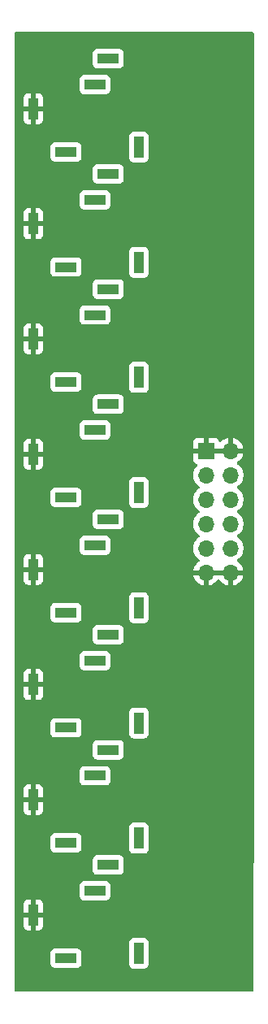
<source format=gbr>
G04 #@! TF.GenerationSoftware,KiCad,Pcbnew,9.0.0*
G04 #@! TF.CreationDate,2025-02-23T15:49:32-07:00*
G04 #@! TF.ProjectId,Patch_Bay,50617463-685f-4426-9179-2e6b69636164,rev?*
G04 #@! TF.SameCoordinates,Original*
G04 #@! TF.FileFunction,Copper,L2,Bot*
G04 #@! TF.FilePolarity,Positive*
%FSLAX46Y46*%
G04 Gerber Fmt 4.6, Leading zero omitted, Abs format (unit mm)*
G04 Created by KiCad (PCBNEW 9.0.0) date 2025-02-23 15:49:32*
%MOMM*%
%LPD*%
G01*
G04 APERTURE LIST*
G04 #@! TA.AperFunction,ComponentPad*
%ADD10R,1.000000X2.200000*%
G04 #@! TD*
G04 #@! TA.AperFunction,ComponentPad*
%ADD11R,2.200000X1.000000*%
G04 #@! TD*
G04 #@! TA.AperFunction,ComponentPad*
%ADD12R,1.700000X1.700000*%
G04 #@! TD*
G04 #@! TA.AperFunction,ComponentPad*
%ADD13O,1.700000X1.700000*%
G04 #@! TD*
G04 APERTURE END LIST*
D10*
X2000000Y-8000000D03*
X13000000Y-12000000D03*
D11*
X5400000Y-12500000D03*
X9800000Y-2800000D03*
X8400000Y-5500000D03*
D10*
X2000000Y-20000000D03*
X13000000Y-24000000D03*
D11*
X5400000Y-24500000D03*
X9800000Y-14800000D03*
X8400000Y-17500000D03*
D10*
X2000000Y-32000000D03*
X13000000Y-36000000D03*
D11*
X5400000Y-36500000D03*
X8400000Y-29500000D03*
X9800000Y-26800000D03*
D10*
X2000000Y-44000000D03*
X13000000Y-48000000D03*
D11*
X5400000Y-48500000D03*
X8400000Y-41500000D03*
X9800000Y-38800000D03*
D10*
X2000000Y-56000000D03*
X13000000Y-60000000D03*
D11*
X5400000Y-60500000D03*
X9800000Y-50800000D03*
X8400000Y-53500000D03*
D10*
X2000000Y-68000000D03*
X13000000Y-72000000D03*
D11*
X5400000Y-72500000D03*
X8400000Y-65500000D03*
X9800000Y-62800000D03*
D10*
X2000000Y-80000000D03*
X13000000Y-84000000D03*
D11*
X5400000Y-84500000D03*
X9800000Y-74800000D03*
X8400000Y-77500000D03*
D10*
X2000000Y-92000000D03*
X13000000Y-96000000D03*
D11*
X5400000Y-96500000D03*
X9800000Y-86800000D03*
X8400000Y-89500000D03*
D12*
X20000000Y-43650000D03*
D13*
X22540000Y-43650000D03*
X20000000Y-46190000D03*
X22540000Y-46190000D03*
X20000000Y-48730000D03*
X22540000Y-48730000D03*
X20000000Y-51270000D03*
X22540000Y-51270000D03*
X20000000Y-53810000D03*
X22540000Y-53810000D03*
X20000000Y-56350000D03*
X22540000Y-56350000D03*
G04 #@! TA.AperFunction,Conductor*
G36*
X22074075Y-56157007D02*
G01*
X22040000Y-56284174D01*
X22040000Y-56415826D01*
X22074075Y-56542993D01*
X22109297Y-56604000D01*
X20430703Y-56604000D01*
X20465925Y-56542993D01*
X20500000Y-56415826D01*
X20500000Y-56284174D01*
X20465925Y-56157007D01*
X20430703Y-56096000D01*
X22109297Y-56096000D01*
X22074075Y-56157007D01*
G37*
G04 #@! TD.AperFunction*
G04 #@! TA.AperFunction,Conductor*
G36*
X22074075Y-43457007D02*
G01*
X22040000Y-43584174D01*
X22040000Y-43715826D01*
X22074075Y-43842993D01*
X22109297Y-43904000D01*
X20430703Y-43904000D01*
X20465925Y-43842993D01*
X20500000Y-43715826D01*
X20500000Y-43584174D01*
X20465925Y-43457007D01*
X20430703Y-43396000D01*
X22109297Y-43396000D01*
X22074075Y-43457007D01*
G37*
G04 #@! TD.AperFunction*
G04 #@! TA.AperFunction,Conductor*
G36*
X24916621Y-45502D02*
G01*
X24963114Y-99158D01*
X24974500Y-151500D01*
X24974500Y-73645250D01*
X24963184Y-99848554D01*
X24943153Y-99916667D01*
X24889477Y-99963136D01*
X24837184Y-99974500D01*
X156448Y-99974500D01*
X88327Y-99954498D01*
X41834Y-99900842D01*
X30448Y-99848529D01*
X29936Y-97608499D01*
X29557Y-95951350D01*
X3791500Y-95951350D01*
X3791500Y-97048649D01*
X3798009Y-97109196D01*
X3798011Y-97109204D01*
X3849110Y-97246202D01*
X3849112Y-97246207D01*
X3936738Y-97363261D01*
X4053792Y-97450887D01*
X4053794Y-97450888D01*
X4053796Y-97450889D01*
X4112875Y-97472924D01*
X4190795Y-97501988D01*
X4190803Y-97501990D01*
X4251350Y-97508499D01*
X4251355Y-97508499D01*
X4251362Y-97508500D01*
X4251368Y-97508500D01*
X6548632Y-97508500D01*
X6548638Y-97508500D01*
X6548645Y-97508499D01*
X6548649Y-97508499D01*
X6609196Y-97501990D01*
X6609199Y-97501989D01*
X6609201Y-97501989D01*
X6746204Y-97450889D01*
X6863261Y-97363261D01*
X6950887Y-97246207D01*
X6950887Y-97246206D01*
X6950889Y-97246204D01*
X7001989Y-97109201D01*
X7008500Y-97048638D01*
X7008500Y-95951362D01*
X7008499Y-95951350D01*
X7001990Y-95890803D01*
X7001988Y-95890795D01*
X6950889Y-95753797D01*
X6950887Y-95753792D01*
X6863261Y-95636738D01*
X6746207Y-95549112D01*
X6746202Y-95549110D01*
X6609204Y-95498011D01*
X6609196Y-95498009D01*
X6548649Y-95491500D01*
X6548638Y-95491500D01*
X4251362Y-95491500D01*
X4251350Y-95491500D01*
X4190803Y-95498009D01*
X4190795Y-95498011D01*
X4053797Y-95549110D01*
X4053792Y-95549112D01*
X3936738Y-95636738D01*
X3849112Y-95753792D01*
X3849110Y-95753797D01*
X3798011Y-95890795D01*
X3798009Y-95890803D01*
X3791500Y-95951350D01*
X29557Y-95951350D01*
X29305Y-94851350D01*
X11991500Y-94851350D01*
X11991500Y-97148649D01*
X11998009Y-97209196D01*
X11998011Y-97209204D01*
X12049110Y-97346202D01*
X12049112Y-97346207D01*
X12136738Y-97463261D01*
X12253792Y-97550887D01*
X12253794Y-97550888D01*
X12253796Y-97550889D01*
X12312875Y-97572924D01*
X12390795Y-97601988D01*
X12390803Y-97601990D01*
X12451350Y-97608499D01*
X12451355Y-97608499D01*
X12451362Y-97608500D01*
X12451368Y-97608500D01*
X13548632Y-97608500D01*
X13548638Y-97608500D01*
X13548645Y-97608499D01*
X13548649Y-97608499D01*
X13609196Y-97601990D01*
X13609199Y-97601989D01*
X13609201Y-97601989D01*
X13746204Y-97550889D01*
X13863261Y-97463261D01*
X13950889Y-97346204D01*
X14001989Y-97209201D01*
X14008500Y-97148638D01*
X14008500Y-94851362D01*
X14008499Y-94851350D01*
X14001990Y-94790803D01*
X14001988Y-94790795D01*
X13950889Y-94653797D01*
X13950887Y-94653792D01*
X13863261Y-94536738D01*
X13746207Y-94449112D01*
X13746202Y-94449110D01*
X13609204Y-94398011D01*
X13609196Y-94398009D01*
X13548649Y-94391500D01*
X13548638Y-94391500D01*
X12451362Y-94391500D01*
X12451350Y-94391500D01*
X12390803Y-94398009D01*
X12390795Y-94398011D01*
X12253797Y-94449110D01*
X12253792Y-94449112D01*
X12136738Y-94536738D01*
X12049112Y-94653792D01*
X12049110Y-94653797D01*
X11998011Y-94790795D01*
X11998009Y-94790803D01*
X11991500Y-94851350D01*
X29305Y-94851350D01*
X28916Y-93148597D01*
X992000Y-93148597D01*
X998505Y-93209093D01*
X1049555Y-93345964D01*
X1049555Y-93345965D01*
X1137095Y-93462904D01*
X1254034Y-93550444D01*
X1390906Y-93601494D01*
X1451402Y-93607999D01*
X1451415Y-93608000D01*
X1746000Y-93608000D01*
X2254000Y-93608000D01*
X2548585Y-93608000D01*
X2548597Y-93607999D01*
X2609093Y-93601494D01*
X2745964Y-93550444D01*
X2745965Y-93550444D01*
X2862904Y-93462904D01*
X2950444Y-93345965D01*
X2950444Y-93345964D01*
X3001494Y-93209093D01*
X3007999Y-93148597D01*
X3008000Y-93148585D01*
X3008000Y-92254000D01*
X2254000Y-92254000D01*
X2254000Y-93608000D01*
X1746000Y-93608000D01*
X1746000Y-92254000D01*
X992000Y-92254000D01*
X992000Y-93148597D01*
X28916Y-93148597D01*
X28391Y-90851402D01*
X992000Y-90851402D01*
X992000Y-91746000D01*
X1746000Y-91746000D01*
X1746000Y-91560218D01*
X1800000Y-91560218D01*
X1800000Y-92439782D01*
X1830448Y-92513291D01*
X1886709Y-92569552D01*
X1960218Y-92600000D01*
X2039782Y-92600000D01*
X2113291Y-92569552D01*
X2169552Y-92513291D01*
X2200000Y-92439782D01*
X2200000Y-91746000D01*
X2254000Y-91746000D01*
X3008000Y-91746000D01*
X3008000Y-90851414D01*
X3007999Y-90851402D01*
X3001494Y-90790906D01*
X2950444Y-90654035D01*
X2950444Y-90654034D01*
X2862904Y-90537095D01*
X2745965Y-90449555D01*
X2609093Y-90398505D01*
X2548597Y-90392000D01*
X2254000Y-90392000D01*
X2254000Y-91746000D01*
X2200000Y-91746000D01*
X2200000Y-91560218D01*
X2169552Y-91486709D01*
X2113291Y-91430448D01*
X2039782Y-91400000D01*
X1960218Y-91400000D01*
X1886709Y-91430448D01*
X1830448Y-91486709D01*
X1800000Y-91560218D01*
X1746000Y-91560218D01*
X1746000Y-90392000D01*
X1451402Y-90392000D01*
X1390906Y-90398505D01*
X1254035Y-90449555D01*
X1254034Y-90449555D01*
X1137095Y-90537095D01*
X1049555Y-90654034D01*
X1049555Y-90654035D01*
X998505Y-90790906D01*
X992000Y-90851402D01*
X28391Y-90851402D01*
X27957Y-88951350D01*
X6791500Y-88951350D01*
X6791500Y-90048649D01*
X6798009Y-90109196D01*
X6798011Y-90109204D01*
X6849110Y-90246202D01*
X6849112Y-90246207D01*
X6936738Y-90363261D01*
X7053792Y-90450887D01*
X7053794Y-90450888D01*
X7053796Y-90450889D01*
X7112875Y-90472924D01*
X7190795Y-90501988D01*
X7190803Y-90501990D01*
X7251350Y-90508499D01*
X7251355Y-90508499D01*
X7251362Y-90508500D01*
X7251368Y-90508500D01*
X9548632Y-90508500D01*
X9548638Y-90508500D01*
X9548645Y-90508499D01*
X9548649Y-90508499D01*
X9609196Y-90501990D01*
X9609199Y-90501989D01*
X9609201Y-90501989D01*
X9746204Y-90450889D01*
X9863261Y-90363261D01*
X9950889Y-90246204D01*
X10001989Y-90109201D01*
X10008500Y-90048638D01*
X10008500Y-88951362D01*
X10008499Y-88951350D01*
X10001990Y-88890803D01*
X10001988Y-88890795D01*
X9950889Y-88753797D01*
X9950887Y-88753792D01*
X9863261Y-88636738D01*
X9746207Y-88549112D01*
X9746202Y-88549110D01*
X9609204Y-88498011D01*
X9609196Y-88498009D01*
X9548649Y-88491500D01*
X9548638Y-88491500D01*
X7251362Y-88491500D01*
X7251350Y-88491500D01*
X7190803Y-88498009D01*
X7190795Y-88498011D01*
X7053797Y-88549110D01*
X7053792Y-88549112D01*
X6936738Y-88636738D01*
X6849112Y-88753792D01*
X6849110Y-88753797D01*
X6798011Y-88890795D01*
X6798009Y-88890803D01*
X6791500Y-88951350D01*
X27957Y-88951350D01*
X27340Y-86251350D01*
X8191500Y-86251350D01*
X8191500Y-87348649D01*
X8198009Y-87409196D01*
X8198011Y-87409204D01*
X8249110Y-87546202D01*
X8249112Y-87546207D01*
X8336738Y-87663261D01*
X8453792Y-87750887D01*
X8453794Y-87750888D01*
X8453796Y-87750889D01*
X8512875Y-87772924D01*
X8590795Y-87801988D01*
X8590803Y-87801990D01*
X8651350Y-87808499D01*
X8651355Y-87808499D01*
X8651362Y-87808500D01*
X8651368Y-87808500D01*
X10948632Y-87808500D01*
X10948638Y-87808500D01*
X10948645Y-87808499D01*
X10948649Y-87808499D01*
X11009196Y-87801990D01*
X11009199Y-87801989D01*
X11009201Y-87801989D01*
X11146204Y-87750889D01*
X11263261Y-87663261D01*
X11350889Y-87546204D01*
X11401989Y-87409201D01*
X11408500Y-87348638D01*
X11408500Y-86251362D01*
X11408499Y-86251350D01*
X11401990Y-86190803D01*
X11401988Y-86190795D01*
X11350889Y-86053797D01*
X11350887Y-86053792D01*
X11263261Y-85936738D01*
X11146207Y-85849112D01*
X11146202Y-85849110D01*
X11009204Y-85798011D01*
X11009196Y-85798009D01*
X10948649Y-85791500D01*
X10948638Y-85791500D01*
X8651362Y-85791500D01*
X8651350Y-85791500D01*
X8590803Y-85798009D01*
X8590795Y-85798011D01*
X8453797Y-85849110D01*
X8453792Y-85849112D01*
X8336738Y-85936738D01*
X8249112Y-86053792D01*
X8249110Y-86053797D01*
X8198011Y-86190795D01*
X8198009Y-86190803D01*
X8191500Y-86251350D01*
X27340Y-86251350D01*
X26814Y-83951350D01*
X3791500Y-83951350D01*
X3791500Y-85048649D01*
X3798009Y-85109196D01*
X3798011Y-85109204D01*
X3849110Y-85246202D01*
X3849112Y-85246207D01*
X3936738Y-85363261D01*
X4053792Y-85450887D01*
X4053794Y-85450888D01*
X4053796Y-85450889D01*
X4112875Y-85472924D01*
X4190795Y-85501988D01*
X4190803Y-85501990D01*
X4251350Y-85508499D01*
X4251355Y-85508499D01*
X4251362Y-85508500D01*
X4251368Y-85508500D01*
X6548632Y-85508500D01*
X6548638Y-85508500D01*
X6548645Y-85508499D01*
X6548649Y-85508499D01*
X6609196Y-85501990D01*
X6609199Y-85501989D01*
X6609201Y-85501989D01*
X6746204Y-85450889D01*
X6863261Y-85363261D01*
X6950887Y-85246207D01*
X6950887Y-85246206D01*
X6950889Y-85246204D01*
X7001989Y-85109201D01*
X7008500Y-85048638D01*
X7008500Y-83951362D01*
X7008499Y-83951350D01*
X7001990Y-83890803D01*
X7001988Y-83890795D01*
X6950889Y-83753797D01*
X6950887Y-83753792D01*
X6863261Y-83636738D01*
X6746207Y-83549112D01*
X6746202Y-83549110D01*
X6609204Y-83498011D01*
X6609196Y-83498009D01*
X6548649Y-83491500D01*
X6548638Y-83491500D01*
X4251362Y-83491500D01*
X4251350Y-83491500D01*
X4190803Y-83498009D01*
X4190795Y-83498011D01*
X4053797Y-83549110D01*
X4053792Y-83549112D01*
X3936738Y-83636738D01*
X3849112Y-83753792D01*
X3849110Y-83753797D01*
X3798011Y-83890795D01*
X3798009Y-83890803D01*
X3791500Y-83951350D01*
X26814Y-83951350D01*
X26562Y-82851350D01*
X11991500Y-82851350D01*
X11991500Y-85148649D01*
X11998009Y-85209196D01*
X11998011Y-85209204D01*
X12049110Y-85346202D01*
X12049112Y-85346207D01*
X12136738Y-85463261D01*
X12253792Y-85550887D01*
X12253794Y-85550888D01*
X12253796Y-85550889D01*
X12312875Y-85572924D01*
X12390795Y-85601988D01*
X12390803Y-85601990D01*
X12451350Y-85608499D01*
X12451355Y-85608499D01*
X12451362Y-85608500D01*
X12451368Y-85608500D01*
X13548632Y-85608500D01*
X13548638Y-85608500D01*
X13548645Y-85608499D01*
X13548649Y-85608499D01*
X13609196Y-85601990D01*
X13609199Y-85601989D01*
X13609201Y-85601989D01*
X13746204Y-85550889D01*
X13863261Y-85463261D01*
X13950889Y-85346204D01*
X14001989Y-85209201D01*
X14008500Y-85148638D01*
X14008500Y-82851362D01*
X14008499Y-82851350D01*
X14001990Y-82790803D01*
X14001988Y-82790795D01*
X13950889Y-82653797D01*
X13950887Y-82653792D01*
X13863261Y-82536738D01*
X13746207Y-82449112D01*
X13746202Y-82449110D01*
X13609204Y-82398011D01*
X13609196Y-82398009D01*
X13548649Y-82391500D01*
X13548638Y-82391500D01*
X12451362Y-82391500D01*
X12451350Y-82391500D01*
X12390803Y-82398009D01*
X12390795Y-82398011D01*
X12253797Y-82449110D01*
X12253792Y-82449112D01*
X12136738Y-82536738D01*
X12049112Y-82653792D01*
X12049110Y-82653797D01*
X11998011Y-82790795D01*
X11998009Y-82790803D01*
X11991500Y-82851350D01*
X26562Y-82851350D01*
X26173Y-81148597D01*
X992000Y-81148597D01*
X998505Y-81209093D01*
X1049555Y-81345964D01*
X1049555Y-81345965D01*
X1137095Y-81462904D01*
X1254034Y-81550444D01*
X1390906Y-81601494D01*
X1451402Y-81607999D01*
X1451415Y-81608000D01*
X1746000Y-81608000D01*
X2254000Y-81608000D01*
X2548585Y-81608000D01*
X2548597Y-81607999D01*
X2609093Y-81601494D01*
X2745964Y-81550444D01*
X2745965Y-81550444D01*
X2862904Y-81462904D01*
X2950444Y-81345965D01*
X2950444Y-81345964D01*
X3001494Y-81209093D01*
X3007999Y-81148597D01*
X3008000Y-81148585D01*
X3008000Y-80254000D01*
X2254000Y-80254000D01*
X2254000Y-81608000D01*
X1746000Y-81608000D01*
X1746000Y-80254000D01*
X992000Y-80254000D01*
X992000Y-81148597D01*
X26173Y-81148597D01*
X25648Y-78851402D01*
X992000Y-78851402D01*
X992000Y-79746000D01*
X1746000Y-79746000D01*
X1746000Y-79560218D01*
X1800000Y-79560218D01*
X1800000Y-80439782D01*
X1830448Y-80513291D01*
X1886709Y-80569552D01*
X1960218Y-80600000D01*
X2039782Y-80600000D01*
X2113291Y-80569552D01*
X2169552Y-80513291D01*
X2200000Y-80439782D01*
X2200000Y-79746000D01*
X2254000Y-79746000D01*
X3008000Y-79746000D01*
X3008000Y-78851414D01*
X3007999Y-78851402D01*
X3001494Y-78790906D01*
X2950444Y-78654035D01*
X2950444Y-78654034D01*
X2862904Y-78537095D01*
X2745965Y-78449555D01*
X2609093Y-78398505D01*
X2548597Y-78392000D01*
X2254000Y-78392000D01*
X2254000Y-79746000D01*
X2200000Y-79746000D01*
X2200000Y-79560218D01*
X2169552Y-79486709D01*
X2113291Y-79430448D01*
X2039782Y-79400000D01*
X1960218Y-79400000D01*
X1886709Y-79430448D01*
X1830448Y-79486709D01*
X1800000Y-79560218D01*
X1746000Y-79560218D01*
X1746000Y-78392000D01*
X1451402Y-78392000D01*
X1390906Y-78398505D01*
X1254035Y-78449555D01*
X1254034Y-78449555D01*
X1137095Y-78537095D01*
X1049555Y-78654034D01*
X1049555Y-78654035D01*
X998505Y-78790906D01*
X992000Y-78851402D01*
X25648Y-78851402D01*
X25500Y-78204180D01*
X25500Y-76951350D01*
X6791500Y-76951350D01*
X6791500Y-78048649D01*
X6798009Y-78109196D01*
X6798011Y-78109204D01*
X6849110Y-78246202D01*
X6849112Y-78246207D01*
X6936738Y-78363261D01*
X7053792Y-78450887D01*
X7053794Y-78450888D01*
X7053796Y-78450889D01*
X7112875Y-78472924D01*
X7190795Y-78501988D01*
X7190803Y-78501990D01*
X7251350Y-78508499D01*
X7251355Y-78508499D01*
X7251362Y-78508500D01*
X7251368Y-78508500D01*
X9548632Y-78508500D01*
X9548638Y-78508500D01*
X9548645Y-78508499D01*
X9548649Y-78508499D01*
X9609196Y-78501990D01*
X9609199Y-78501989D01*
X9609201Y-78501989D01*
X9746204Y-78450889D01*
X9863261Y-78363261D01*
X9950889Y-78246204D01*
X10001989Y-78109201D01*
X10008500Y-78048638D01*
X10008500Y-76951362D01*
X10008499Y-76951350D01*
X10001990Y-76890803D01*
X10001988Y-76890795D01*
X9950889Y-76753797D01*
X9950887Y-76753792D01*
X9863261Y-76636738D01*
X9746207Y-76549112D01*
X9746202Y-76549110D01*
X9609204Y-76498011D01*
X9609196Y-76498009D01*
X9548649Y-76491500D01*
X9548638Y-76491500D01*
X7251362Y-76491500D01*
X7251350Y-76491500D01*
X7190803Y-76498009D01*
X7190795Y-76498011D01*
X7053797Y-76549110D01*
X7053792Y-76549112D01*
X6936738Y-76636738D01*
X6849112Y-76753792D01*
X6849110Y-76753797D01*
X6798011Y-76890795D01*
X6798009Y-76890803D01*
X6791500Y-76951350D01*
X25500Y-76951350D01*
X25500Y-74251350D01*
X8191500Y-74251350D01*
X8191500Y-75348649D01*
X8198009Y-75409196D01*
X8198011Y-75409204D01*
X8249110Y-75546202D01*
X8249112Y-75546207D01*
X8336738Y-75663261D01*
X8453792Y-75750887D01*
X8453794Y-75750888D01*
X8453796Y-75750889D01*
X8512875Y-75772924D01*
X8590795Y-75801988D01*
X8590803Y-75801990D01*
X8651350Y-75808499D01*
X8651355Y-75808499D01*
X8651362Y-75808500D01*
X8651368Y-75808500D01*
X10948632Y-75808500D01*
X10948638Y-75808500D01*
X10948645Y-75808499D01*
X10948649Y-75808499D01*
X11009196Y-75801990D01*
X11009199Y-75801989D01*
X11009201Y-75801989D01*
X11146204Y-75750889D01*
X11263261Y-75663261D01*
X11350889Y-75546204D01*
X11401989Y-75409201D01*
X11408500Y-75348638D01*
X11408500Y-74251362D01*
X11408499Y-74251350D01*
X11401990Y-74190803D01*
X11401988Y-74190795D01*
X11350889Y-74053797D01*
X11350887Y-74053792D01*
X11263261Y-73936738D01*
X11146207Y-73849112D01*
X11146202Y-73849110D01*
X11009204Y-73798011D01*
X11009196Y-73798009D01*
X10948649Y-73791500D01*
X10948638Y-73791500D01*
X8651362Y-73791500D01*
X8651350Y-73791500D01*
X8590803Y-73798009D01*
X8590795Y-73798011D01*
X8453797Y-73849110D01*
X8453792Y-73849112D01*
X8336738Y-73936738D01*
X8249112Y-74053792D01*
X8249110Y-74053797D01*
X8198011Y-74190795D01*
X8198009Y-74190803D01*
X8191500Y-74251350D01*
X25500Y-74251350D01*
X25500Y-71951350D01*
X3791500Y-71951350D01*
X3791500Y-73048649D01*
X3798009Y-73109196D01*
X3798011Y-73109204D01*
X3849110Y-73246202D01*
X3849112Y-73246207D01*
X3936738Y-73363261D01*
X4053792Y-73450887D01*
X4053794Y-73450888D01*
X4053796Y-73450889D01*
X4112875Y-73472924D01*
X4190795Y-73501988D01*
X4190803Y-73501990D01*
X4251350Y-73508499D01*
X4251355Y-73508499D01*
X4251362Y-73508500D01*
X4251368Y-73508500D01*
X6548632Y-73508500D01*
X6548638Y-73508500D01*
X6548645Y-73508499D01*
X6548649Y-73508499D01*
X6609196Y-73501990D01*
X6609199Y-73501989D01*
X6609201Y-73501989D01*
X6746204Y-73450889D01*
X6863261Y-73363261D01*
X6950887Y-73246207D01*
X6950887Y-73246206D01*
X6950889Y-73246204D01*
X7001989Y-73109201D01*
X7008500Y-73048638D01*
X7008500Y-71951362D01*
X7008499Y-71951350D01*
X7001990Y-71890803D01*
X7001988Y-71890795D01*
X6950889Y-71753797D01*
X6950887Y-71753792D01*
X6863261Y-71636738D01*
X6746207Y-71549112D01*
X6746202Y-71549110D01*
X6609204Y-71498011D01*
X6609196Y-71498009D01*
X6548649Y-71491500D01*
X6548638Y-71491500D01*
X4251362Y-71491500D01*
X4251350Y-71491500D01*
X4190803Y-71498009D01*
X4190795Y-71498011D01*
X4053797Y-71549110D01*
X4053792Y-71549112D01*
X3936738Y-71636738D01*
X3849112Y-71753792D01*
X3849110Y-71753797D01*
X3798011Y-71890795D01*
X3798009Y-71890803D01*
X3791500Y-71951350D01*
X25500Y-71951350D01*
X25500Y-70851350D01*
X11991500Y-70851350D01*
X11991500Y-73148649D01*
X11998009Y-73209196D01*
X11998011Y-73209204D01*
X12049110Y-73346202D01*
X12049112Y-73346207D01*
X12136738Y-73463261D01*
X12253792Y-73550887D01*
X12253794Y-73550888D01*
X12253796Y-73550889D01*
X12312875Y-73572924D01*
X12390795Y-73601988D01*
X12390803Y-73601990D01*
X12451350Y-73608499D01*
X12451355Y-73608499D01*
X12451362Y-73608500D01*
X12451368Y-73608500D01*
X13548632Y-73608500D01*
X13548638Y-73608500D01*
X13548645Y-73608499D01*
X13548649Y-73608499D01*
X13609196Y-73601990D01*
X13609199Y-73601989D01*
X13609201Y-73601989D01*
X13746204Y-73550889D01*
X13863261Y-73463261D01*
X13950889Y-73346204D01*
X14001989Y-73209201D01*
X14008500Y-73148638D01*
X14008500Y-70851362D01*
X14008499Y-70851350D01*
X14001990Y-70790803D01*
X14001988Y-70790795D01*
X13950889Y-70653797D01*
X13950887Y-70653792D01*
X13863261Y-70536738D01*
X13746207Y-70449112D01*
X13746202Y-70449110D01*
X13609204Y-70398011D01*
X13609196Y-70398009D01*
X13548649Y-70391500D01*
X13548638Y-70391500D01*
X12451362Y-70391500D01*
X12451350Y-70391500D01*
X12390803Y-70398009D01*
X12390795Y-70398011D01*
X12253797Y-70449110D01*
X12253792Y-70449112D01*
X12136738Y-70536738D01*
X12049112Y-70653792D01*
X12049110Y-70653797D01*
X11998011Y-70790795D01*
X11998009Y-70790803D01*
X11991500Y-70851350D01*
X25500Y-70851350D01*
X25500Y-69148597D01*
X992000Y-69148597D01*
X998505Y-69209093D01*
X1049555Y-69345964D01*
X1049555Y-69345965D01*
X1137095Y-69462904D01*
X1254034Y-69550444D01*
X1390906Y-69601494D01*
X1451402Y-69607999D01*
X1451415Y-69608000D01*
X1746000Y-69608000D01*
X2254000Y-69608000D01*
X2548585Y-69608000D01*
X2548597Y-69607999D01*
X2609093Y-69601494D01*
X2745964Y-69550444D01*
X2745965Y-69550444D01*
X2862904Y-69462904D01*
X2950444Y-69345965D01*
X2950444Y-69345964D01*
X3001494Y-69209093D01*
X3007999Y-69148597D01*
X3008000Y-69148585D01*
X3008000Y-68254000D01*
X2254000Y-68254000D01*
X2254000Y-69608000D01*
X1746000Y-69608000D01*
X1746000Y-68254000D01*
X992000Y-68254000D01*
X992000Y-69148597D01*
X25500Y-69148597D01*
X25500Y-66851402D01*
X992000Y-66851402D01*
X992000Y-67746000D01*
X1746000Y-67746000D01*
X1746000Y-67560218D01*
X1800000Y-67560218D01*
X1800000Y-68439782D01*
X1830448Y-68513291D01*
X1886709Y-68569552D01*
X1960218Y-68600000D01*
X2039782Y-68600000D01*
X2113291Y-68569552D01*
X2169552Y-68513291D01*
X2200000Y-68439782D01*
X2200000Y-67746000D01*
X2254000Y-67746000D01*
X3008000Y-67746000D01*
X3008000Y-66851414D01*
X3007999Y-66851402D01*
X3001494Y-66790906D01*
X2950444Y-66654035D01*
X2950444Y-66654034D01*
X2862904Y-66537095D01*
X2745965Y-66449555D01*
X2609093Y-66398505D01*
X2548597Y-66392000D01*
X2254000Y-66392000D01*
X2254000Y-67746000D01*
X2200000Y-67746000D01*
X2200000Y-67560218D01*
X2169552Y-67486709D01*
X2113291Y-67430448D01*
X2039782Y-67400000D01*
X1960218Y-67400000D01*
X1886709Y-67430448D01*
X1830448Y-67486709D01*
X1800000Y-67560218D01*
X1746000Y-67560218D01*
X1746000Y-66392000D01*
X1451402Y-66392000D01*
X1390906Y-66398505D01*
X1254035Y-66449555D01*
X1254034Y-66449555D01*
X1137095Y-66537095D01*
X1049555Y-66654034D01*
X1049555Y-66654035D01*
X998505Y-66790906D01*
X992000Y-66851402D01*
X25500Y-66851402D01*
X25500Y-64951350D01*
X6791500Y-64951350D01*
X6791500Y-66048649D01*
X6798009Y-66109196D01*
X6798011Y-66109204D01*
X6849110Y-66246202D01*
X6849112Y-66246207D01*
X6936738Y-66363261D01*
X7053792Y-66450887D01*
X7053794Y-66450888D01*
X7053796Y-66450889D01*
X7112875Y-66472924D01*
X7190795Y-66501988D01*
X7190803Y-66501990D01*
X7251350Y-66508499D01*
X7251355Y-66508499D01*
X7251362Y-66508500D01*
X7251368Y-66508500D01*
X9548632Y-66508500D01*
X9548638Y-66508500D01*
X9548645Y-66508499D01*
X9548649Y-66508499D01*
X9609196Y-66501990D01*
X9609199Y-66501989D01*
X9609201Y-66501989D01*
X9746204Y-66450889D01*
X9863261Y-66363261D01*
X9950889Y-66246204D01*
X10001989Y-66109201D01*
X10008500Y-66048638D01*
X10008500Y-64951362D01*
X10008499Y-64951350D01*
X10001990Y-64890803D01*
X10001988Y-64890795D01*
X9950889Y-64753797D01*
X9950887Y-64753792D01*
X9863261Y-64636738D01*
X9746207Y-64549112D01*
X9746202Y-64549110D01*
X9609204Y-64498011D01*
X9609196Y-64498009D01*
X9548649Y-64491500D01*
X9548638Y-64491500D01*
X7251362Y-64491500D01*
X7251350Y-64491500D01*
X7190803Y-64498009D01*
X7190795Y-64498011D01*
X7053797Y-64549110D01*
X7053792Y-64549112D01*
X6936738Y-64636738D01*
X6849112Y-64753792D01*
X6849110Y-64753797D01*
X6798011Y-64890795D01*
X6798009Y-64890803D01*
X6791500Y-64951350D01*
X25500Y-64951350D01*
X25500Y-62251350D01*
X8191500Y-62251350D01*
X8191500Y-63348649D01*
X8198009Y-63409196D01*
X8198011Y-63409204D01*
X8249110Y-63546202D01*
X8249112Y-63546207D01*
X8336738Y-63663261D01*
X8453792Y-63750887D01*
X8453794Y-63750888D01*
X8453796Y-63750889D01*
X8512875Y-63772924D01*
X8590795Y-63801988D01*
X8590803Y-63801990D01*
X8651350Y-63808499D01*
X8651355Y-63808499D01*
X8651362Y-63808500D01*
X8651368Y-63808500D01*
X10948632Y-63808500D01*
X10948638Y-63808500D01*
X10948645Y-63808499D01*
X10948649Y-63808499D01*
X11009196Y-63801990D01*
X11009199Y-63801989D01*
X11009201Y-63801989D01*
X11146204Y-63750889D01*
X11263261Y-63663261D01*
X11350889Y-63546204D01*
X11401989Y-63409201D01*
X11408500Y-63348638D01*
X11408500Y-62251362D01*
X11408499Y-62251350D01*
X11401990Y-62190803D01*
X11401988Y-62190795D01*
X11350889Y-62053797D01*
X11350887Y-62053792D01*
X11263261Y-61936738D01*
X11146207Y-61849112D01*
X11146202Y-61849110D01*
X11009204Y-61798011D01*
X11009196Y-61798009D01*
X10948649Y-61791500D01*
X10948638Y-61791500D01*
X8651362Y-61791500D01*
X8651350Y-61791500D01*
X8590803Y-61798009D01*
X8590795Y-61798011D01*
X8453797Y-61849110D01*
X8453792Y-61849112D01*
X8336738Y-61936738D01*
X8249112Y-62053792D01*
X8249110Y-62053797D01*
X8198011Y-62190795D01*
X8198009Y-62190803D01*
X8191500Y-62251350D01*
X25500Y-62251350D01*
X25500Y-59951350D01*
X3791500Y-59951350D01*
X3791500Y-61048649D01*
X3798009Y-61109196D01*
X3798011Y-61109204D01*
X3849110Y-61246202D01*
X3849112Y-61246207D01*
X3936738Y-61363261D01*
X4053792Y-61450887D01*
X4053794Y-61450888D01*
X4053796Y-61450889D01*
X4112875Y-61472924D01*
X4190795Y-61501988D01*
X4190803Y-61501990D01*
X4251350Y-61508499D01*
X4251355Y-61508499D01*
X4251362Y-61508500D01*
X4251368Y-61508500D01*
X6548632Y-61508500D01*
X6548638Y-61508500D01*
X6548645Y-61508499D01*
X6548649Y-61508499D01*
X6609196Y-61501990D01*
X6609199Y-61501989D01*
X6609201Y-61501989D01*
X6746204Y-61450889D01*
X6863261Y-61363261D01*
X6950887Y-61246207D01*
X6950887Y-61246206D01*
X6950889Y-61246204D01*
X7001989Y-61109201D01*
X7008500Y-61048638D01*
X7008500Y-59951362D01*
X7008499Y-59951350D01*
X7001990Y-59890803D01*
X7001988Y-59890795D01*
X6950889Y-59753797D01*
X6950887Y-59753792D01*
X6863261Y-59636738D01*
X6746207Y-59549112D01*
X6746202Y-59549110D01*
X6609204Y-59498011D01*
X6609196Y-59498009D01*
X6548649Y-59491500D01*
X6548638Y-59491500D01*
X4251362Y-59491500D01*
X4251350Y-59491500D01*
X4190803Y-59498009D01*
X4190795Y-59498011D01*
X4053797Y-59549110D01*
X4053792Y-59549112D01*
X3936738Y-59636738D01*
X3849112Y-59753792D01*
X3849110Y-59753797D01*
X3798011Y-59890795D01*
X3798009Y-59890803D01*
X3791500Y-59951350D01*
X25500Y-59951350D01*
X25500Y-58851350D01*
X11991500Y-58851350D01*
X11991500Y-61148649D01*
X11998009Y-61209196D01*
X11998011Y-61209204D01*
X12049110Y-61346202D01*
X12049112Y-61346207D01*
X12136738Y-61463261D01*
X12253792Y-61550887D01*
X12253794Y-61550888D01*
X12253796Y-61550889D01*
X12312875Y-61572924D01*
X12390795Y-61601988D01*
X12390803Y-61601990D01*
X12451350Y-61608499D01*
X12451355Y-61608499D01*
X12451362Y-61608500D01*
X12451368Y-61608500D01*
X13548632Y-61608500D01*
X13548638Y-61608500D01*
X13548645Y-61608499D01*
X13548649Y-61608499D01*
X13609196Y-61601990D01*
X13609199Y-61601989D01*
X13609201Y-61601989D01*
X13746204Y-61550889D01*
X13863261Y-61463261D01*
X13950889Y-61346204D01*
X14001989Y-61209201D01*
X14008500Y-61148638D01*
X14008500Y-58851362D01*
X14008499Y-58851350D01*
X14001990Y-58790803D01*
X14001988Y-58790795D01*
X13950889Y-58653797D01*
X13950887Y-58653792D01*
X13863261Y-58536738D01*
X13746207Y-58449112D01*
X13746202Y-58449110D01*
X13609204Y-58398011D01*
X13609196Y-58398009D01*
X13548649Y-58391500D01*
X13548638Y-58391500D01*
X12451362Y-58391500D01*
X12451350Y-58391500D01*
X12390803Y-58398009D01*
X12390795Y-58398011D01*
X12253797Y-58449110D01*
X12253792Y-58449112D01*
X12136738Y-58536738D01*
X12049112Y-58653792D01*
X12049110Y-58653797D01*
X11998011Y-58790795D01*
X11998009Y-58790803D01*
X11991500Y-58851350D01*
X25500Y-58851350D01*
X25500Y-57148597D01*
X992000Y-57148597D01*
X998505Y-57209093D01*
X1049555Y-57345964D01*
X1049555Y-57345965D01*
X1137095Y-57462904D01*
X1254034Y-57550444D01*
X1390906Y-57601494D01*
X1451402Y-57607999D01*
X1451415Y-57608000D01*
X1746000Y-57608000D01*
X2254000Y-57608000D01*
X2548585Y-57608000D01*
X2548597Y-57607999D01*
X2609093Y-57601494D01*
X2745964Y-57550444D01*
X2745965Y-57550444D01*
X2862904Y-57462904D01*
X2950444Y-57345965D01*
X2950444Y-57345964D01*
X3001494Y-57209093D01*
X3007999Y-57148597D01*
X3008000Y-57148585D01*
X3008000Y-56254000D01*
X2254000Y-56254000D01*
X2254000Y-57608000D01*
X1746000Y-57608000D01*
X1746000Y-56254000D01*
X992000Y-56254000D01*
X992000Y-57148597D01*
X25500Y-57148597D01*
X25500Y-54851402D01*
X992000Y-54851402D01*
X992000Y-55746000D01*
X1746000Y-55746000D01*
X1746000Y-55560218D01*
X1800000Y-55560218D01*
X1800000Y-56439782D01*
X1830448Y-56513291D01*
X1886709Y-56569552D01*
X1960218Y-56600000D01*
X2039782Y-56600000D01*
X2113291Y-56569552D01*
X2169552Y-56513291D01*
X2200000Y-56439782D01*
X2200000Y-55746000D01*
X2254000Y-55746000D01*
X3008000Y-55746000D01*
X3008000Y-54851414D01*
X3007999Y-54851402D01*
X3001494Y-54790906D01*
X2950444Y-54654035D01*
X2950444Y-54654034D01*
X2862904Y-54537095D01*
X2745965Y-54449555D01*
X2609093Y-54398505D01*
X2548597Y-54392000D01*
X2254000Y-54392000D01*
X2254000Y-55746000D01*
X2200000Y-55746000D01*
X2200000Y-55560218D01*
X2169552Y-55486709D01*
X2113291Y-55430448D01*
X2039782Y-55400000D01*
X1960218Y-55400000D01*
X1886709Y-55430448D01*
X1830448Y-55486709D01*
X1800000Y-55560218D01*
X1746000Y-55560218D01*
X1746000Y-54392000D01*
X1451402Y-54392000D01*
X1390906Y-54398505D01*
X1254035Y-54449555D01*
X1254034Y-54449555D01*
X1137095Y-54537095D01*
X1049555Y-54654034D01*
X1049555Y-54654035D01*
X998505Y-54790906D01*
X992000Y-54851402D01*
X25500Y-54851402D01*
X25500Y-52951350D01*
X6791500Y-52951350D01*
X6791500Y-54048649D01*
X6798009Y-54109196D01*
X6798011Y-54109204D01*
X6849110Y-54246202D01*
X6849112Y-54246207D01*
X6936738Y-54363261D01*
X7053792Y-54450887D01*
X7053794Y-54450888D01*
X7053796Y-54450889D01*
X7082701Y-54461670D01*
X7190795Y-54501988D01*
X7190803Y-54501990D01*
X7251350Y-54508499D01*
X7251355Y-54508499D01*
X7251362Y-54508500D01*
X7251368Y-54508500D01*
X9548632Y-54508500D01*
X9548638Y-54508500D01*
X9548645Y-54508499D01*
X9548649Y-54508499D01*
X9609196Y-54501990D01*
X9609199Y-54501989D01*
X9609201Y-54501989D01*
X9746204Y-54450889D01*
X9863261Y-54363261D01*
X9950889Y-54246204D01*
X10001989Y-54109201D01*
X10008500Y-54048638D01*
X10008500Y-52951362D01*
X10008499Y-52951350D01*
X10001990Y-52890803D01*
X10001988Y-52890795D01*
X9958349Y-52773798D01*
X9950889Y-52753796D01*
X9950888Y-52753794D01*
X9950887Y-52753792D01*
X9863261Y-52636738D01*
X9746207Y-52549112D01*
X9746202Y-52549110D01*
X9609204Y-52498011D01*
X9609196Y-52498009D01*
X9548649Y-52491500D01*
X9548638Y-52491500D01*
X7251362Y-52491500D01*
X7251350Y-52491500D01*
X7190803Y-52498009D01*
X7190795Y-52498011D01*
X7053797Y-52549110D01*
X7053792Y-52549112D01*
X6936738Y-52636738D01*
X6849112Y-52753792D01*
X6849110Y-52753797D01*
X6798011Y-52890795D01*
X6798009Y-52890803D01*
X6791500Y-52951350D01*
X25500Y-52951350D01*
X25500Y-50251350D01*
X8191500Y-50251350D01*
X8191500Y-51348649D01*
X8198009Y-51409196D01*
X8198011Y-51409204D01*
X8249110Y-51546202D01*
X8249112Y-51546207D01*
X8336738Y-51663261D01*
X8453792Y-51750887D01*
X8453794Y-51750888D01*
X8453796Y-51750889D01*
X8471631Y-51757541D01*
X8590795Y-51801988D01*
X8590803Y-51801990D01*
X8651350Y-51808499D01*
X8651355Y-51808499D01*
X8651362Y-51808500D01*
X8651368Y-51808500D01*
X10948632Y-51808500D01*
X10948638Y-51808500D01*
X10948645Y-51808499D01*
X10948649Y-51808499D01*
X11009196Y-51801990D01*
X11009199Y-51801989D01*
X11009201Y-51801989D01*
X11146204Y-51750889D01*
X11263261Y-51663261D01*
X11350889Y-51546204D01*
X11401989Y-51409201D01*
X11405461Y-51376912D01*
X11408499Y-51348649D01*
X11408500Y-51348632D01*
X11408500Y-50251367D01*
X11408499Y-50251350D01*
X11401990Y-50190803D01*
X11401988Y-50190795D01*
X11369996Y-50105023D01*
X11350889Y-50053796D01*
X11350888Y-50053794D01*
X11350887Y-50053792D01*
X11263261Y-49936738D01*
X11146207Y-49849112D01*
X11146202Y-49849110D01*
X11009204Y-49798011D01*
X11009196Y-49798009D01*
X10948649Y-49791500D01*
X10948638Y-49791500D01*
X8651362Y-49791500D01*
X8651350Y-49791500D01*
X8590803Y-49798009D01*
X8590795Y-49798011D01*
X8453797Y-49849110D01*
X8453792Y-49849112D01*
X8336738Y-49936738D01*
X8249112Y-50053792D01*
X8249110Y-50053797D01*
X8198011Y-50190795D01*
X8198009Y-50190803D01*
X8191500Y-50251350D01*
X25500Y-50251350D01*
X25500Y-47951350D01*
X3791500Y-47951350D01*
X3791500Y-49048649D01*
X3798009Y-49109196D01*
X3798011Y-49109204D01*
X3849110Y-49246202D01*
X3849112Y-49246207D01*
X3936738Y-49363261D01*
X4053792Y-49450887D01*
X4053794Y-49450888D01*
X4053796Y-49450889D01*
X4112875Y-49472924D01*
X4190795Y-49501988D01*
X4190803Y-49501990D01*
X4251350Y-49508499D01*
X4251355Y-49508499D01*
X4251362Y-49508500D01*
X4251368Y-49508500D01*
X6548632Y-49508500D01*
X6548638Y-49508500D01*
X6548645Y-49508499D01*
X6548649Y-49508499D01*
X6609196Y-49501990D01*
X6609199Y-49501989D01*
X6609201Y-49501989D01*
X6746204Y-49450889D01*
X6758063Y-49442012D01*
X6863261Y-49363261D01*
X6950887Y-49246207D01*
X6950887Y-49246206D01*
X6950889Y-49246204D01*
X7001989Y-49109201D01*
X7008500Y-49048638D01*
X7008500Y-47951362D01*
X7008499Y-47951350D01*
X7001990Y-47890803D01*
X7001988Y-47890795D01*
X6950889Y-47753797D01*
X6950887Y-47753792D01*
X6863261Y-47636738D01*
X6746207Y-47549112D01*
X6746202Y-47549110D01*
X6609204Y-47498011D01*
X6609196Y-47498009D01*
X6548649Y-47491500D01*
X6548638Y-47491500D01*
X4251362Y-47491500D01*
X4251350Y-47491500D01*
X4190803Y-47498009D01*
X4190795Y-47498011D01*
X4053797Y-47549110D01*
X4053792Y-47549112D01*
X3936738Y-47636738D01*
X3849112Y-47753792D01*
X3849110Y-47753797D01*
X3798011Y-47890795D01*
X3798009Y-47890803D01*
X3791500Y-47951350D01*
X25500Y-47951350D01*
X25500Y-46851350D01*
X11991500Y-46851350D01*
X11991500Y-49148649D01*
X11998009Y-49209196D01*
X11998011Y-49209204D01*
X12049110Y-49346202D01*
X12049112Y-49346207D01*
X12136738Y-49463261D01*
X12253792Y-49550887D01*
X12253794Y-49550888D01*
X12253796Y-49550889D01*
X12312875Y-49572924D01*
X12390795Y-49601988D01*
X12390803Y-49601990D01*
X12451350Y-49608499D01*
X12451355Y-49608499D01*
X12451362Y-49608500D01*
X12451368Y-49608500D01*
X13548632Y-49608500D01*
X13548638Y-49608500D01*
X13548645Y-49608499D01*
X13548649Y-49608499D01*
X13609196Y-49601990D01*
X13609199Y-49601989D01*
X13609201Y-49601989D01*
X13746204Y-49550889D01*
X13863261Y-49463261D01*
X13915646Y-49393283D01*
X13950887Y-49346207D01*
X13950887Y-49346206D01*
X13950889Y-49346204D01*
X14001989Y-49209201D01*
X14008500Y-49148638D01*
X14008500Y-46851362D01*
X14007458Y-46841670D01*
X14001990Y-46790803D01*
X14001988Y-46790795D01*
X13972403Y-46711478D01*
X13950889Y-46653796D01*
X13950888Y-46653794D01*
X13950887Y-46653792D01*
X13863261Y-46536738D01*
X13746207Y-46449112D01*
X13746202Y-46449110D01*
X13609204Y-46398011D01*
X13609196Y-46398009D01*
X13548649Y-46391500D01*
X13548638Y-46391500D01*
X12451362Y-46391500D01*
X12451350Y-46391500D01*
X12390803Y-46398009D01*
X12390795Y-46398011D01*
X12253797Y-46449110D01*
X12253792Y-46449112D01*
X12136738Y-46536738D01*
X12049112Y-46653792D01*
X12049110Y-46653797D01*
X11998011Y-46790795D01*
X11998009Y-46790803D01*
X11991500Y-46851350D01*
X25500Y-46851350D01*
X25500Y-46083084D01*
X18641500Y-46083084D01*
X18641500Y-46296916D01*
X18665606Y-46449112D01*
X18674952Y-46508121D01*
X18741026Y-46711478D01*
X18741028Y-46711483D01*
X18838106Y-46902009D01*
X18963794Y-47075004D01*
X18963796Y-47075006D01*
X18963798Y-47075009D01*
X19114990Y-47226201D01*
X19114993Y-47226203D01*
X19114996Y-47226206D01*
X19287991Y-47351894D01*
X19287996Y-47351896D01*
X19289088Y-47352566D01*
X19289418Y-47352931D01*
X19291996Y-47354804D01*
X19291602Y-47355345D01*
X19336721Y-47405213D01*
X19348328Y-47475255D01*
X19320226Y-47540453D01*
X19291870Y-47565023D01*
X19291996Y-47565196D01*
X19289982Y-47566658D01*
X19289088Y-47567434D01*
X19287987Y-47568108D01*
X19114993Y-47693796D01*
X19114990Y-47693798D01*
X18963798Y-47844990D01*
X18963796Y-47844993D01*
X18838108Y-48017987D01*
X18741029Y-48208515D01*
X18741026Y-48208521D01*
X18674952Y-48411878D01*
X18674951Y-48411883D01*
X18674951Y-48411884D01*
X18641500Y-48623084D01*
X18641500Y-48836916D01*
X18674951Y-49048116D01*
X18674952Y-49048121D01*
X18741026Y-49251478D01*
X18741028Y-49251483D01*
X18838106Y-49442009D01*
X18963794Y-49615004D01*
X18963796Y-49615006D01*
X18963798Y-49615009D01*
X19114990Y-49766201D01*
X19114993Y-49766203D01*
X19114996Y-49766206D01*
X19287991Y-49891894D01*
X19287996Y-49891896D01*
X19289088Y-49892566D01*
X19289418Y-49892931D01*
X19291996Y-49894804D01*
X19291602Y-49895345D01*
X19336721Y-49945213D01*
X19348328Y-50015255D01*
X19320226Y-50080453D01*
X19291870Y-50105023D01*
X19291996Y-50105196D01*
X19289982Y-50106658D01*
X19289088Y-50107434D01*
X19287987Y-50108108D01*
X19114993Y-50233796D01*
X19114990Y-50233798D01*
X18963798Y-50384990D01*
X18963796Y-50384993D01*
X18838108Y-50557987D01*
X18741029Y-50748515D01*
X18741026Y-50748521D01*
X18674952Y-50951878D01*
X18674951Y-50951883D01*
X18674951Y-50951884D01*
X18641500Y-51163084D01*
X18641500Y-51376916D01*
X18674951Y-51588116D01*
X18674952Y-51588121D01*
X18741026Y-51791478D01*
X18741028Y-51791483D01*
X18838106Y-51982009D01*
X18963794Y-52155004D01*
X18963796Y-52155006D01*
X18963798Y-52155009D01*
X19114990Y-52306201D01*
X19114993Y-52306203D01*
X19114996Y-52306206D01*
X19287991Y-52431894D01*
X19287996Y-52431896D01*
X19289088Y-52432566D01*
X19289418Y-52432931D01*
X19291996Y-52434804D01*
X19291602Y-52435345D01*
X19336721Y-52485213D01*
X19348328Y-52555255D01*
X19320226Y-52620453D01*
X19291870Y-52645023D01*
X19291996Y-52645196D01*
X19289982Y-52646658D01*
X19289088Y-52647434D01*
X19287987Y-52648108D01*
X19114993Y-52773796D01*
X19114990Y-52773798D01*
X18963798Y-52924990D01*
X18963796Y-52924993D01*
X18838108Y-53097987D01*
X18741029Y-53288515D01*
X18741026Y-53288521D01*
X18674952Y-53491878D01*
X18674951Y-53491883D01*
X18674951Y-53491884D01*
X18641500Y-53703084D01*
X18641500Y-53916916D01*
X18671955Y-54109201D01*
X18674952Y-54128121D01*
X18741026Y-54331478D01*
X18741028Y-54331483D01*
X18838106Y-54522009D01*
X18838108Y-54522012D01*
X18869182Y-54564781D01*
X18963794Y-54695004D01*
X18963796Y-54695006D01*
X18963798Y-54695009D01*
X19114990Y-54846201D01*
X19114993Y-54846203D01*
X19114996Y-54846206D01*
X19287991Y-54971894D01*
X19288001Y-54971899D01*
X19289567Y-54972859D01*
X19290042Y-54973384D01*
X19291996Y-54974804D01*
X19291697Y-54975214D01*
X19337200Y-55025505D01*
X19348808Y-55095546D01*
X19320707Y-55160745D01*
X19292157Y-55185485D01*
X19292258Y-55185624D01*
X19290644Y-55186796D01*
X19289574Y-55187724D01*
X19288255Y-55188532D01*
X19115320Y-55314177D01*
X18964177Y-55465320D01*
X18838536Y-55638249D01*
X18741493Y-55828707D01*
X18741490Y-55828713D01*
X18675440Y-56031995D01*
X18665302Y-56096000D01*
X19569297Y-56096000D01*
X19534075Y-56157007D01*
X19500000Y-56284174D01*
X19500000Y-56415826D01*
X19534075Y-56542993D01*
X19569297Y-56604000D01*
X18665302Y-56604000D01*
X18675440Y-56668004D01*
X18741490Y-56871286D01*
X18741493Y-56871292D01*
X18838536Y-57061750D01*
X18964177Y-57234679D01*
X19115320Y-57385822D01*
X19288249Y-57511463D01*
X19478707Y-57608506D01*
X19478713Y-57608509D01*
X19681998Y-57674560D01*
X19746000Y-57684696D01*
X19746000Y-56780702D01*
X19807007Y-56815925D01*
X19934174Y-56850000D01*
X20065826Y-56850000D01*
X20192993Y-56815925D01*
X20254000Y-56780702D01*
X20254000Y-57684696D01*
X20318001Y-57674560D01*
X20521286Y-57608509D01*
X20521292Y-57608506D01*
X20711750Y-57511463D01*
X20884679Y-57385822D01*
X21035822Y-57234679D01*
X21161465Y-57061748D01*
X21162564Y-57059955D01*
X21163159Y-57059415D01*
X21164376Y-57057742D01*
X21164727Y-57057997D01*
X21215209Y-57012321D01*
X21285250Y-57000710D01*
X21350449Y-57028810D01*
X21375559Y-57057789D01*
X21375624Y-57057742D01*
X21376172Y-57058496D01*
X21377436Y-57059955D01*
X21378534Y-57061748D01*
X21504177Y-57234679D01*
X21655320Y-57385822D01*
X21828249Y-57511463D01*
X22018707Y-57608506D01*
X22018713Y-57608509D01*
X22221998Y-57674560D01*
X22286000Y-57684696D01*
X22286000Y-56780702D01*
X22347007Y-56815925D01*
X22474174Y-56850000D01*
X22605826Y-56850000D01*
X22732993Y-56815925D01*
X22794000Y-56780702D01*
X22794000Y-57684696D01*
X22858001Y-57674560D01*
X23061286Y-57608509D01*
X23061292Y-57608506D01*
X23251750Y-57511463D01*
X23424679Y-57385822D01*
X23575822Y-57234679D01*
X23701463Y-57061750D01*
X23798506Y-56871292D01*
X23798509Y-56871286D01*
X23864559Y-56668004D01*
X23874698Y-56604000D01*
X22970703Y-56604000D01*
X23005925Y-56542993D01*
X23040000Y-56415826D01*
X23040000Y-56284174D01*
X23005925Y-56157007D01*
X22970703Y-56096000D01*
X23874697Y-56096000D01*
X23864559Y-56031995D01*
X23798509Y-55828713D01*
X23798506Y-55828707D01*
X23701463Y-55638249D01*
X23575822Y-55465320D01*
X23424679Y-55314177D01*
X23251749Y-55188535D01*
X23250433Y-55187729D01*
X23250037Y-55187291D01*
X23247742Y-55185624D01*
X23248092Y-55185141D01*
X23202800Y-55135084D01*
X23191190Y-55065043D01*
X23219291Y-54999844D01*
X23248076Y-54974903D01*
X23248004Y-54974804D01*
X23249158Y-54973965D01*
X23250441Y-54972854D01*
X23251992Y-54971902D01*
X23252009Y-54971894D01*
X23425004Y-54846206D01*
X23576206Y-54695004D01*
X23701894Y-54522009D01*
X23798972Y-54331483D01*
X23865049Y-54128116D01*
X23898500Y-53916916D01*
X23898500Y-53703084D01*
X23865049Y-53491884D01*
X23798972Y-53288517D01*
X23701894Y-53097991D01*
X23576206Y-52924996D01*
X23576203Y-52924993D01*
X23576201Y-52924990D01*
X23425009Y-52773798D01*
X23425006Y-52773796D01*
X23425004Y-52773794D01*
X23252009Y-52648106D01*
X23252007Y-52648105D01*
X23250920Y-52647439D01*
X23250591Y-52647075D01*
X23248004Y-52645196D01*
X23248398Y-52644652D01*
X23203283Y-52594796D01*
X23191670Y-52524756D01*
X23219766Y-52459555D01*
X23248130Y-52434978D01*
X23248004Y-52434804D01*
X23250030Y-52433331D01*
X23250920Y-52432561D01*
X23251997Y-52431899D01*
X23252009Y-52431894D01*
X23425004Y-52306206D01*
X23576206Y-52155004D01*
X23701894Y-51982009D01*
X23798972Y-51791483D01*
X23865049Y-51588116D01*
X23898500Y-51376916D01*
X23898500Y-51163084D01*
X23865049Y-50951884D01*
X23798972Y-50748517D01*
X23701894Y-50557991D01*
X23576206Y-50384996D01*
X23576203Y-50384993D01*
X23576201Y-50384990D01*
X23425009Y-50233798D01*
X23425006Y-50233796D01*
X23425004Y-50233794D01*
X23252009Y-50108106D01*
X23252007Y-50108105D01*
X23250920Y-50107439D01*
X23250591Y-50107075D01*
X23248004Y-50105196D01*
X23248398Y-50104652D01*
X23203283Y-50054796D01*
X23191670Y-49984756D01*
X23219766Y-49919555D01*
X23248130Y-49894978D01*
X23248004Y-49894804D01*
X23250030Y-49893331D01*
X23250920Y-49892561D01*
X23251997Y-49891899D01*
X23252009Y-49891894D01*
X23425004Y-49766206D01*
X23576206Y-49615004D01*
X23701894Y-49442009D01*
X23798972Y-49251483D01*
X23865049Y-49048116D01*
X23898500Y-48836916D01*
X23898500Y-48623084D01*
X23865049Y-48411884D01*
X23798972Y-48208517D01*
X23701894Y-48017991D01*
X23576206Y-47844996D01*
X23576203Y-47844993D01*
X23576201Y-47844990D01*
X23425009Y-47693798D01*
X23425006Y-47693796D01*
X23425004Y-47693794D01*
X23252009Y-47568106D01*
X23252007Y-47568105D01*
X23250920Y-47567439D01*
X23250591Y-47567075D01*
X23248004Y-47565196D01*
X23248398Y-47564652D01*
X23203283Y-47514796D01*
X23191670Y-47444756D01*
X23219766Y-47379555D01*
X23248130Y-47354978D01*
X23248004Y-47354804D01*
X23250030Y-47353331D01*
X23250920Y-47352561D01*
X23251997Y-47351899D01*
X23252009Y-47351894D01*
X23425004Y-47226206D01*
X23576206Y-47075004D01*
X23701894Y-46902009D01*
X23798972Y-46711483D01*
X23865049Y-46508116D01*
X23898500Y-46296916D01*
X23898500Y-46083084D01*
X23865049Y-45871884D01*
X23798972Y-45668517D01*
X23701894Y-45477991D01*
X23576206Y-45304996D01*
X23576203Y-45304993D01*
X23576201Y-45304990D01*
X23425009Y-45153798D01*
X23425006Y-45153796D01*
X23425004Y-45153794D01*
X23355806Y-45103518D01*
X23252006Y-45028103D01*
X23250427Y-45027136D01*
X23249952Y-45026611D01*
X23248004Y-45025196D01*
X23248301Y-45024786D01*
X23202797Y-44974488D01*
X23191191Y-44904446D01*
X23219296Y-44839249D01*
X23247844Y-44814516D01*
X23247742Y-44814376D01*
X23249382Y-44813184D01*
X23250448Y-44812261D01*
X23251754Y-44811460D01*
X23424679Y-44685822D01*
X23575822Y-44534679D01*
X23701463Y-44361750D01*
X23798506Y-44171292D01*
X23798509Y-44171286D01*
X23864559Y-43968004D01*
X23874698Y-43904000D01*
X22970703Y-43904000D01*
X23005925Y-43842993D01*
X23040000Y-43715826D01*
X23040000Y-43584174D01*
X23005925Y-43457007D01*
X22970703Y-43396000D01*
X23874697Y-43396000D01*
X23864559Y-43331995D01*
X23798509Y-43128713D01*
X23798506Y-43128707D01*
X23701463Y-42938249D01*
X23575822Y-42765320D01*
X23424679Y-42614177D01*
X23251750Y-42488536D01*
X23061292Y-42391493D01*
X23061286Y-42391490D01*
X22858004Y-42325440D01*
X22794000Y-42315302D01*
X22794000Y-43219297D01*
X22732993Y-43184075D01*
X22605826Y-43150000D01*
X22474174Y-43150000D01*
X22347007Y-43184075D01*
X22286000Y-43219297D01*
X22286000Y-42315302D01*
X22221995Y-42325440D01*
X22018713Y-42391490D01*
X22018707Y-42391493D01*
X21828249Y-42488536D01*
X21655322Y-42614176D01*
X21551822Y-42717676D01*
X21489510Y-42751701D01*
X21418694Y-42746635D01*
X21361858Y-42704089D01*
X21344671Y-42672612D01*
X21300444Y-42554034D01*
X21212904Y-42437095D01*
X21095965Y-42349555D01*
X20959093Y-42298505D01*
X20898597Y-42292000D01*
X20254000Y-42292000D01*
X20254000Y-43219297D01*
X20192993Y-43184075D01*
X20065826Y-43150000D01*
X19934174Y-43150000D01*
X19807007Y-43184075D01*
X19746000Y-43219297D01*
X19746000Y-42292000D01*
X19101402Y-42292000D01*
X19040906Y-42298505D01*
X18904035Y-42349555D01*
X18904034Y-42349555D01*
X18787095Y-42437095D01*
X18699555Y-42554034D01*
X18699555Y-42554035D01*
X18648505Y-42690906D01*
X18642000Y-42751402D01*
X18642000Y-43396000D01*
X19569297Y-43396000D01*
X19534075Y-43457007D01*
X19500000Y-43584174D01*
X19500000Y-43715826D01*
X19534075Y-43842993D01*
X19569297Y-43904000D01*
X18642000Y-43904000D01*
X18642000Y-44548597D01*
X18648505Y-44609093D01*
X18699555Y-44745964D01*
X18699555Y-44745965D01*
X18787095Y-44862904D01*
X18904034Y-44950444D01*
X19022096Y-44994478D01*
X19078932Y-45037024D01*
X19103743Y-45103545D01*
X19088652Y-45172919D01*
X19067160Y-45201629D01*
X18963794Y-45304995D01*
X18838108Y-45477987D01*
X18741029Y-45668515D01*
X18741026Y-45668521D01*
X18674952Y-45871878D01*
X18674951Y-45871883D01*
X18674951Y-45871884D01*
X18641500Y-46083084D01*
X25500Y-46083084D01*
X25500Y-45148597D01*
X992000Y-45148597D01*
X998505Y-45209093D01*
X1049555Y-45345964D01*
X1049555Y-45345965D01*
X1137095Y-45462904D01*
X1254034Y-45550444D01*
X1390906Y-45601494D01*
X1451402Y-45607999D01*
X1451415Y-45608000D01*
X1746000Y-45608000D01*
X2254000Y-45608000D01*
X2548585Y-45608000D01*
X2548597Y-45607999D01*
X2609093Y-45601494D01*
X2745964Y-45550444D01*
X2745965Y-45550444D01*
X2862904Y-45462904D01*
X2950444Y-45345965D01*
X2950444Y-45345964D01*
X3001494Y-45209093D01*
X3007999Y-45148597D01*
X3008000Y-45148585D01*
X3008000Y-44254000D01*
X2254000Y-44254000D01*
X2254000Y-45608000D01*
X1746000Y-45608000D01*
X1746000Y-44254000D01*
X992000Y-44254000D01*
X992000Y-45148597D01*
X25500Y-45148597D01*
X25500Y-42851402D01*
X992000Y-42851402D01*
X992000Y-43746000D01*
X1746000Y-43746000D01*
X1746000Y-43560218D01*
X1800000Y-43560218D01*
X1800000Y-44439782D01*
X1830448Y-44513291D01*
X1886709Y-44569552D01*
X1960218Y-44600000D01*
X2039782Y-44600000D01*
X2113291Y-44569552D01*
X2169552Y-44513291D01*
X2200000Y-44439782D01*
X2200000Y-43746000D01*
X2254000Y-43746000D01*
X3008000Y-43746000D01*
X3008000Y-42851414D01*
X3007999Y-42851402D01*
X3001494Y-42790905D01*
X2950443Y-42654033D01*
X2862904Y-42537095D01*
X2745965Y-42449555D01*
X2609093Y-42398505D01*
X2548597Y-42392000D01*
X2254000Y-42392000D01*
X2254000Y-43746000D01*
X2200000Y-43746000D01*
X2200000Y-43560218D01*
X2169552Y-43486709D01*
X2113291Y-43430448D01*
X2039782Y-43400000D01*
X1960218Y-43400000D01*
X1886709Y-43430448D01*
X1830448Y-43486709D01*
X1800000Y-43560218D01*
X1746000Y-43560218D01*
X1746000Y-42392000D01*
X1451402Y-42392000D01*
X1390906Y-42398505D01*
X1254035Y-42449555D01*
X1254034Y-42449555D01*
X1137095Y-42537095D01*
X1049555Y-42654034D01*
X1049555Y-42654035D01*
X998505Y-42790906D01*
X992000Y-42851402D01*
X25500Y-42851402D01*
X25500Y-40951350D01*
X6791500Y-40951350D01*
X6791500Y-42048649D01*
X6798009Y-42109196D01*
X6798011Y-42109204D01*
X6849110Y-42246202D01*
X6849112Y-42246207D01*
X6936738Y-42363261D01*
X7053792Y-42450887D01*
X7053794Y-42450888D01*
X7053796Y-42450889D01*
X7112875Y-42472924D01*
X7190795Y-42501988D01*
X7190803Y-42501990D01*
X7251350Y-42508499D01*
X7251355Y-42508499D01*
X7251362Y-42508500D01*
X7251368Y-42508500D01*
X9548632Y-42508500D01*
X9548638Y-42508500D01*
X9548645Y-42508499D01*
X9548649Y-42508499D01*
X9609196Y-42501990D01*
X9609199Y-42501989D01*
X9609201Y-42501989D01*
X9746204Y-42450889D01*
X9863261Y-42363261D01*
X9911737Y-42298505D01*
X9950887Y-42246207D01*
X9950887Y-42246206D01*
X9950889Y-42246204D01*
X10001989Y-42109201D01*
X10008500Y-42048638D01*
X10008500Y-40951362D01*
X10008499Y-40951350D01*
X10001990Y-40890803D01*
X10001988Y-40890795D01*
X9950889Y-40753797D01*
X9950887Y-40753792D01*
X9863261Y-40636738D01*
X9746207Y-40549112D01*
X9746202Y-40549110D01*
X9609204Y-40498011D01*
X9609196Y-40498009D01*
X9548649Y-40491500D01*
X9548638Y-40491500D01*
X7251362Y-40491500D01*
X7251350Y-40491500D01*
X7190803Y-40498009D01*
X7190795Y-40498011D01*
X7053797Y-40549110D01*
X7053792Y-40549112D01*
X6936738Y-40636738D01*
X6849112Y-40753792D01*
X6849110Y-40753797D01*
X6798011Y-40890795D01*
X6798009Y-40890803D01*
X6791500Y-40951350D01*
X25500Y-40951350D01*
X25500Y-38251350D01*
X8191500Y-38251350D01*
X8191500Y-39348649D01*
X8198009Y-39409196D01*
X8198011Y-39409204D01*
X8249110Y-39546202D01*
X8249112Y-39546207D01*
X8336738Y-39663261D01*
X8453792Y-39750887D01*
X8453794Y-39750888D01*
X8453796Y-39750889D01*
X8512875Y-39772924D01*
X8590795Y-39801988D01*
X8590803Y-39801990D01*
X8651350Y-39808499D01*
X8651355Y-39808499D01*
X8651362Y-39808500D01*
X8651368Y-39808500D01*
X10948632Y-39808500D01*
X10948638Y-39808500D01*
X10948645Y-39808499D01*
X10948649Y-39808499D01*
X11009196Y-39801990D01*
X11009199Y-39801989D01*
X11009201Y-39801989D01*
X11146204Y-39750889D01*
X11263261Y-39663261D01*
X11350889Y-39546204D01*
X11401989Y-39409201D01*
X11408500Y-39348638D01*
X11408500Y-38251362D01*
X11408499Y-38251350D01*
X11401990Y-38190803D01*
X11401988Y-38190795D01*
X11350889Y-38053797D01*
X11350887Y-38053792D01*
X11263261Y-37936738D01*
X11146207Y-37849112D01*
X11146202Y-37849110D01*
X11009204Y-37798011D01*
X11009196Y-37798009D01*
X10948649Y-37791500D01*
X10948638Y-37791500D01*
X8651362Y-37791500D01*
X8651350Y-37791500D01*
X8590803Y-37798009D01*
X8590795Y-37798011D01*
X8453797Y-37849110D01*
X8453792Y-37849112D01*
X8336738Y-37936738D01*
X8249112Y-38053792D01*
X8249110Y-38053797D01*
X8198011Y-38190795D01*
X8198009Y-38190803D01*
X8191500Y-38251350D01*
X25500Y-38251350D01*
X25500Y-35951350D01*
X3791500Y-35951350D01*
X3791500Y-37048649D01*
X3798009Y-37109196D01*
X3798011Y-37109204D01*
X3849110Y-37246202D01*
X3849112Y-37246207D01*
X3936738Y-37363261D01*
X4053792Y-37450887D01*
X4053794Y-37450888D01*
X4053796Y-37450889D01*
X4112875Y-37472924D01*
X4190795Y-37501988D01*
X4190803Y-37501990D01*
X4251350Y-37508499D01*
X4251355Y-37508499D01*
X4251362Y-37508500D01*
X4251368Y-37508500D01*
X6548632Y-37508500D01*
X6548638Y-37508500D01*
X6548645Y-37508499D01*
X6548649Y-37508499D01*
X6609196Y-37501990D01*
X6609199Y-37501989D01*
X6609201Y-37501989D01*
X6746204Y-37450889D01*
X6863261Y-37363261D01*
X6950887Y-37246207D01*
X6950887Y-37246206D01*
X6950889Y-37246204D01*
X7001989Y-37109201D01*
X7008500Y-37048638D01*
X7008500Y-35951362D01*
X7008499Y-35951350D01*
X7001990Y-35890803D01*
X7001988Y-35890795D01*
X6950889Y-35753797D01*
X6950887Y-35753792D01*
X6863261Y-35636738D01*
X6746207Y-35549112D01*
X6746202Y-35549110D01*
X6609204Y-35498011D01*
X6609196Y-35498009D01*
X6548649Y-35491500D01*
X6548638Y-35491500D01*
X4251362Y-35491500D01*
X4251350Y-35491500D01*
X4190803Y-35498009D01*
X4190795Y-35498011D01*
X4053797Y-35549110D01*
X4053792Y-35549112D01*
X3936738Y-35636738D01*
X3849112Y-35753792D01*
X3849110Y-35753797D01*
X3798011Y-35890795D01*
X3798009Y-35890803D01*
X3791500Y-35951350D01*
X25500Y-35951350D01*
X25500Y-34851350D01*
X11991500Y-34851350D01*
X11991500Y-37148649D01*
X11998009Y-37209196D01*
X11998011Y-37209204D01*
X12049110Y-37346202D01*
X12049112Y-37346207D01*
X12136738Y-37463261D01*
X12253792Y-37550887D01*
X12253794Y-37550888D01*
X12253796Y-37550889D01*
X12312875Y-37572924D01*
X12390795Y-37601988D01*
X12390803Y-37601990D01*
X12451350Y-37608499D01*
X12451355Y-37608499D01*
X12451362Y-37608500D01*
X12451368Y-37608500D01*
X13548632Y-37608500D01*
X13548638Y-37608500D01*
X13548645Y-37608499D01*
X13548649Y-37608499D01*
X13609196Y-37601990D01*
X13609199Y-37601989D01*
X13609201Y-37601989D01*
X13746204Y-37550889D01*
X13863261Y-37463261D01*
X13950889Y-37346204D01*
X14001989Y-37209201D01*
X14008500Y-37148638D01*
X14008500Y-34851362D01*
X14008499Y-34851350D01*
X14001990Y-34790803D01*
X14001988Y-34790795D01*
X13950889Y-34653797D01*
X13950887Y-34653792D01*
X13863261Y-34536738D01*
X13746207Y-34449112D01*
X13746202Y-34449110D01*
X13609204Y-34398011D01*
X13609196Y-34398009D01*
X13548649Y-34391500D01*
X13548638Y-34391500D01*
X12451362Y-34391500D01*
X12451350Y-34391500D01*
X12390803Y-34398009D01*
X12390795Y-34398011D01*
X12253797Y-34449110D01*
X12253792Y-34449112D01*
X12136738Y-34536738D01*
X12049112Y-34653792D01*
X12049110Y-34653797D01*
X11998011Y-34790795D01*
X11998009Y-34790803D01*
X11991500Y-34851350D01*
X25500Y-34851350D01*
X25500Y-33148597D01*
X992000Y-33148597D01*
X998505Y-33209093D01*
X1049555Y-33345964D01*
X1049555Y-33345965D01*
X1137095Y-33462904D01*
X1254034Y-33550444D01*
X1390906Y-33601494D01*
X1451402Y-33607999D01*
X1451415Y-33608000D01*
X1746000Y-33608000D01*
X2254000Y-33608000D01*
X2548585Y-33608000D01*
X2548597Y-33607999D01*
X2609093Y-33601494D01*
X2745964Y-33550444D01*
X2745965Y-33550444D01*
X2862904Y-33462904D01*
X2950444Y-33345965D01*
X2950444Y-33345964D01*
X3001494Y-33209093D01*
X3007999Y-33148597D01*
X3008000Y-33148585D01*
X3008000Y-32254000D01*
X2254000Y-32254000D01*
X2254000Y-33608000D01*
X1746000Y-33608000D01*
X1746000Y-32254000D01*
X992000Y-32254000D01*
X992000Y-33148597D01*
X25500Y-33148597D01*
X25500Y-30851402D01*
X992000Y-30851402D01*
X992000Y-31746000D01*
X1746000Y-31746000D01*
X1746000Y-31560218D01*
X1800000Y-31560218D01*
X1800000Y-32439782D01*
X1830448Y-32513291D01*
X1886709Y-32569552D01*
X1960218Y-32600000D01*
X2039782Y-32600000D01*
X2113291Y-32569552D01*
X2169552Y-32513291D01*
X2200000Y-32439782D01*
X2200000Y-31746000D01*
X2254000Y-31746000D01*
X3008000Y-31746000D01*
X3008000Y-30851414D01*
X3007999Y-30851402D01*
X3001494Y-30790906D01*
X2950444Y-30654035D01*
X2950444Y-30654034D01*
X2862904Y-30537095D01*
X2745965Y-30449555D01*
X2609093Y-30398505D01*
X2548597Y-30392000D01*
X2254000Y-30392000D01*
X2254000Y-31746000D01*
X2200000Y-31746000D01*
X2200000Y-31560218D01*
X2169552Y-31486709D01*
X2113291Y-31430448D01*
X2039782Y-31400000D01*
X1960218Y-31400000D01*
X1886709Y-31430448D01*
X1830448Y-31486709D01*
X1800000Y-31560218D01*
X1746000Y-31560218D01*
X1746000Y-30392000D01*
X1451402Y-30392000D01*
X1390906Y-30398505D01*
X1254035Y-30449555D01*
X1254034Y-30449555D01*
X1137095Y-30537095D01*
X1049555Y-30654034D01*
X1049555Y-30654035D01*
X998505Y-30790906D01*
X992000Y-30851402D01*
X25500Y-30851402D01*
X25500Y-28951350D01*
X6791500Y-28951350D01*
X6791500Y-30048649D01*
X6798009Y-30109196D01*
X6798011Y-30109204D01*
X6849110Y-30246202D01*
X6849112Y-30246207D01*
X6936738Y-30363261D01*
X7053792Y-30450887D01*
X7053794Y-30450888D01*
X7053796Y-30450889D01*
X7112875Y-30472924D01*
X7190795Y-30501988D01*
X7190803Y-30501990D01*
X7251350Y-30508499D01*
X7251355Y-30508499D01*
X7251362Y-30508500D01*
X7251368Y-30508500D01*
X9548632Y-30508500D01*
X9548638Y-30508500D01*
X9548645Y-30508499D01*
X9548649Y-30508499D01*
X9609196Y-30501990D01*
X9609199Y-30501989D01*
X9609201Y-30501989D01*
X9746204Y-30450889D01*
X9863261Y-30363261D01*
X9950889Y-30246204D01*
X10001989Y-30109201D01*
X10008500Y-30048638D01*
X10008500Y-28951362D01*
X10008499Y-28951350D01*
X10001990Y-28890803D01*
X10001988Y-28890795D01*
X9950889Y-28753797D01*
X9950887Y-28753792D01*
X9863261Y-28636738D01*
X9746207Y-28549112D01*
X9746202Y-28549110D01*
X9609204Y-28498011D01*
X9609196Y-28498009D01*
X9548649Y-28491500D01*
X9548638Y-28491500D01*
X7251362Y-28491500D01*
X7251350Y-28491500D01*
X7190803Y-28498009D01*
X7190795Y-28498011D01*
X7053797Y-28549110D01*
X7053792Y-28549112D01*
X6936738Y-28636738D01*
X6849112Y-28753792D01*
X6849110Y-28753797D01*
X6798011Y-28890795D01*
X6798009Y-28890803D01*
X6791500Y-28951350D01*
X25500Y-28951350D01*
X25500Y-26251350D01*
X8191500Y-26251350D01*
X8191500Y-27348649D01*
X8198009Y-27409196D01*
X8198011Y-27409204D01*
X8249110Y-27546202D01*
X8249112Y-27546207D01*
X8336738Y-27663261D01*
X8453792Y-27750887D01*
X8453794Y-27750888D01*
X8453796Y-27750889D01*
X8512875Y-27772924D01*
X8590795Y-27801988D01*
X8590803Y-27801990D01*
X8651350Y-27808499D01*
X8651355Y-27808499D01*
X8651362Y-27808500D01*
X8651368Y-27808500D01*
X10948632Y-27808500D01*
X10948638Y-27808500D01*
X10948645Y-27808499D01*
X10948649Y-27808499D01*
X11009196Y-27801990D01*
X11009199Y-27801989D01*
X11009201Y-27801989D01*
X11146204Y-27750889D01*
X11263261Y-27663261D01*
X11350889Y-27546204D01*
X11401989Y-27409201D01*
X11408500Y-27348638D01*
X11408500Y-26251362D01*
X11408499Y-26251350D01*
X11401990Y-26190803D01*
X11401988Y-26190795D01*
X11350889Y-26053797D01*
X11350887Y-26053792D01*
X11263261Y-25936738D01*
X11146207Y-25849112D01*
X11146202Y-25849110D01*
X11009204Y-25798011D01*
X11009196Y-25798009D01*
X10948649Y-25791500D01*
X10948638Y-25791500D01*
X8651362Y-25791500D01*
X8651350Y-25791500D01*
X8590803Y-25798009D01*
X8590795Y-25798011D01*
X8453797Y-25849110D01*
X8453792Y-25849112D01*
X8336738Y-25936738D01*
X8249112Y-26053792D01*
X8249110Y-26053797D01*
X8198011Y-26190795D01*
X8198009Y-26190803D01*
X8191500Y-26251350D01*
X25500Y-26251350D01*
X25500Y-23951350D01*
X3791500Y-23951350D01*
X3791500Y-25048649D01*
X3798009Y-25109196D01*
X3798011Y-25109204D01*
X3849110Y-25246202D01*
X3849112Y-25246207D01*
X3936738Y-25363261D01*
X4053792Y-25450887D01*
X4053794Y-25450888D01*
X4053796Y-25450889D01*
X4112875Y-25472924D01*
X4190795Y-25501988D01*
X4190803Y-25501990D01*
X4251350Y-25508499D01*
X4251355Y-25508499D01*
X4251362Y-25508500D01*
X4251368Y-25508500D01*
X6548632Y-25508500D01*
X6548638Y-25508500D01*
X6548645Y-25508499D01*
X6548649Y-25508499D01*
X6609196Y-25501990D01*
X6609199Y-25501989D01*
X6609201Y-25501989D01*
X6746204Y-25450889D01*
X6863261Y-25363261D01*
X6950887Y-25246207D01*
X6950887Y-25246206D01*
X6950889Y-25246204D01*
X7001989Y-25109201D01*
X7008500Y-25048638D01*
X7008500Y-23951362D01*
X7008499Y-23951350D01*
X7001990Y-23890803D01*
X7001988Y-23890795D01*
X6950889Y-23753797D01*
X6950887Y-23753792D01*
X6863261Y-23636738D01*
X6746207Y-23549112D01*
X6746202Y-23549110D01*
X6609204Y-23498011D01*
X6609196Y-23498009D01*
X6548649Y-23491500D01*
X6548638Y-23491500D01*
X4251362Y-23491500D01*
X4251350Y-23491500D01*
X4190803Y-23498009D01*
X4190795Y-23498011D01*
X4053797Y-23549110D01*
X4053792Y-23549112D01*
X3936738Y-23636738D01*
X3849112Y-23753792D01*
X3849110Y-23753797D01*
X3798011Y-23890795D01*
X3798009Y-23890803D01*
X3791500Y-23951350D01*
X25500Y-23951350D01*
X25500Y-22851350D01*
X11991500Y-22851350D01*
X11991500Y-25148649D01*
X11998009Y-25209196D01*
X11998011Y-25209204D01*
X12049110Y-25346202D01*
X12049112Y-25346207D01*
X12136738Y-25463261D01*
X12253792Y-25550887D01*
X12253794Y-25550888D01*
X12253796Y-25550889D01*
X12312875Y-25572924D01*
X12390795Y-25601988D01*
X12390803Y-25601990D01*
X12451350Y-25608499D01*
X12451355Y-25608499D01*
X12451362Y-25608500D01*
X12451368Y-25608500D01*
X13548632Y-25608500D01*
X13548638Y-25608500D01*
X13548645Y-25608499D01*
X13548649Y-25608499D01*
X13609196Y-25601990D01*
X13609199Y-25601989D01*
X13609201Y-25601989D01*
X13746204Y-25550889D01*
X13863261Y-25463261D01*
X13950889Y-25346204D01*
X14001989Y-25209201D01*
X14008500Y-25148638D01*
X14008500Y-22851362D01*
X14008499Y-22851350D01*
X14001990Y-22790803D01*
X14001988Y-22790795D01*
X13950889Y-22653797D01*
X13950887Y-22653792D01*
X13863261Y-22536738D01*
X13746207Y-22449112D01*
X13746202Y-22449110D01*
X13609204Y-22398011D01*
X13609196Y-22398009D01*
X13548649Y-22391500D01*
X13548638Y-22391500D01*
X12451362Y-22391500D01*
X12451350Y-22391500D01*
X12390803Y-22398009D01*
X12390795Y-22398011D01*
X12253797Y-22449110D01*
X12253792Y-22449112D01*
X12136738Y-22536738D01*
X12049112Y-22653792D01*
X12049110Y-22653797D01*
X11998011Y-22790795D01*
X11998009Y-22790803D01*
X11991500Y-22851350D01*
X25500Y-22851350D01*
X25500Y-21148597D01*
X992000Y-21148597D01*
X998505Y-21209093D01*
X1049555Y-21345964D01*
X1049555Y-21345965D01*
X1137095Y-21462904D01*
X1254034Y-21550444D01*
X1390906Y-21601494D01*
X1451402Y-21607999D01*
X1451415Y-21608000D01*
X1746000Y-21608000D01*
X2254000Y-21608000D01*
X2548585Y-21608000D01*
X2548597Y-21607999D01*
X2609093Y-21601494D01*
X2745964Y-21550444D01*
X2745965Y-21550444D01*
X2862904Y-21462904D01*
X2950444Y-21345965D01*
X2950444Y-21345964D01*
X3001494Y-21209093D01*
X3007999Y-21148597D01*
X3008000Y-21148585D01*
X3008000Y-20254000D01*
X2254000Y-20254000D01*
X2254000Y-21608000D01*
X1746000Y-21608000D01*
X1746000Y-20254000D01*
X992000Y-20254000D01*
X992000Y-21148597D01*
X25500Y-21148597D01*
X25500Y-18851402D01*
X992000Y-18851402D01*
X992000Y-19746000D01*
X1746000Y-19746000D01*
X1746000Y-19560218D01*
X1800000Y-19560218D01*
X1800000Y-20439782D01*
X1830448Y-20513291D01*
X1886709Y-20569552D01*
X1960218Y-20600000D01*
X2039782Y-20600000D01*
X2113291Y-20569552D01*
X2169552Y-20513291D01*
X2200000Y-20439782D01*
X2200000Y-19746000D01*
X2254000Y-19746000D01*
X3008000Y-19746000D01*
X3008000Y-18851414D01*
X3007999Y-18851402D01*
X3001494Y-18790906D01*
X2950444Y-18654035D01*
X2950444Y-18654034D01*
X2862904Y-18537095D01*
X2745965Y-18449555D01*
X2609093Y-18398505D01*
X2548597Y-18392000D01*
X2254000Y-18392000D01*
X2254000Y-19746000D01*
X2200000Y-19746000D01*
X2200000Y-19560218D01*
X2169552Y-19486709D01*
X2113291Y-19430448D01*
X2039782Y-19400000D01*
X1960218Y-19400000D01*
X1886709Y-19430448D01*
X1830448Y-19486709D01*
X1800000Y-19560218D01*
X1746000Y-19560218D01*
X1746000Y-18392000D01*
X1451402Y-18392000D01*
X1390906Y-18398505D01*
X1254035Y-18449555D01*
X1254034Y-18449555D01*
X1137095Y-18537095D01*
X1049555Y-18654034D01*
X1049555Y-18654035D01*
X998505Y-18790906D01*
X992000Y-18851402D01*
X25500Y-18851402D01*
X25500Y-16951350D01*
X6791500Y-16951350D01*
X6791500Y-18048649D01*
X6798009Y-18109196D01*
X6798011Y-18109204D01*
X6849110Y-18246202D01*
X6849112Y-18246207D01*
X6936738Y-18363261D01*
X7053792Y-18450887D01*
X7053794Y-18450888D01*
X7053796Y-18450889D01*
X7112875Y-18472924D01*
X7190795Y-18501988D01*
X7190803Y-18501990D01*
X7251350Y-18508499D01*
X7251355Y-18508499D01*
X7251362Y-18508500D01*
X7251368Y-18508500D01*
X9548632Y-18508500D01*
X9548638Y-18508500D01*
X9548645Y-18508499D01*
X9548649Y-18508499D01*
X9609196Y-18501990D01*
X9609199Y-18501989D01*
X9609201Y-18501989D01*
X9746204Y-18450889D01*
X9863261Y-18363261D01*
X9950889Y-18246204D01*
X10001989Y-18109201D01*
X10008500Y-18048638D01*
X10008500Y-16951362D01*
X10008499Y-16951350D01*
X10001990Y-16890803D01*
X10001988Y-16890795D01*
X9950889Y-16753797D01*
X9950887Y-16753792D01*
X9863261Y-16636738D01*
X9746207Y-16549112D01*
X9746202Y-16549110D01*
X9609204Y-16498011D01*
X9609196Y-16498009D01*
X9548649Y-16491500D01*
X9548638Y-16491500D01*
X7251362Y-16491500D01*
X7251350Y-16491500D01*
X7190803Y-16498009D01*
X7190795Y-16498011D01*
X7053797Y-16549110D01*
X7053792Y-16549112D01*
X6936738Y-16636738D01*
X6849112Y-16753792D01*
X6849110Y-16753797D01*
X6798011Y-16890795D01*
X6798009Y-16890803D01*
X6791500Y-16951350D01*
X25500Y-16951350D01*
X25500Y-14251350D01*
X8191500Y-14251350D01*
X8191500Y-15348649D01*
X8198009Y-15409196D01*
X8198011Y-15409204D01*
X8249110Y-15546202D01*
X8249112Y-15546207D01*
X8336738Y-15663261D01*
X8453792Y-15750887D01*
X8453794Y-15750888D01*
X8453796Y-15750889D01*
X8512875Y-15772924D01*
X8590795Y-15801988D01*
X8590803Y-15801990D01*
X8651350Y-15808499D01*
X8651355Y-15808499D01*
X8651362Y-15808500D01*
X8651368Y-15808500D01*
X10948632Y-15808500D01*
X10948638Y-15808500D01*
X10948645Y-15808499D01*
X10948649Y-15808499D01*
X11009196Y-15801990D01*
X11009199Y-15801989D01*
X11009201Y-15801989D01*
X11146204Y-15750889D01*
X11263261Y-15663261D01*
X11350889Y-15546204D01*
X11401989Y-15409201D01*
X11408500Y-15348638D01*
X11408500Y-14251362D01*
X11408499Y-14251350D01*
X11401990Y-14190803D01*
X11401988Y-14190795D01*
X11350889Y-14053797D01*
X11350887Y-14053792D01*
X11263261Y-13936738D01*
X11146207Y-13849112D01*
X11146202Y-13849110D01*
X11009204Y-13798011D01*
X11009196Y-13798009D01*
X10948649Y-13791500D01*
X10948638Y-13791500D01*
X8651362Y-13791500D01*
X8651350Y-13791500D01*
X8590803Y-13798009D01*
X8590795Y-13798011D01*
X8453797Y-13849110D01*
X8453792Y-13849112D01*
X8336738Y-13936738D01*
X8249112Y-14053792D01*
X8249110Y-14053797D01*
X8198011Y-14190795D01*
X8198009Y-14190803D01*
X8191500Y-14251350D01*
X25500Y-14251350D01*
X25500Y-11951350D01*
X3791500Y-11951350D01*
X3791500Y-13048649D01*
X3798009Y-13109196D01*
X3798011Y-13109204D01*
X3849110Y-13246202D01*
X3849112Y-13246207D01*
X3936738Y-13363261D01*
X4053792Y-13450887D01*
X4053794Y-13450888D01*
X4053796Y-13450889D01*
X4112875Y-13472924D01*
X4190795Y-13501988D01*
X4190803Y-13501990D01*
X4251350Y-13508499D01*
X4251355Y-13508499D01*
X4251362Y-13508500D01*
X4251368Y-13508500D01*
X6548632Y-13508500D01*
X6548638Y-13508500D01*
X6548645Y-13508499D01*
X6548649Y-13508499D01*
X6609196Y-13501990D01*
X6609199Y-13501989D01*
X6609201Y-13501989D01*
X6746204Y-13450889D01*
X6863261Y-13363261D01*
X6950887Y-13246207D01*
X6950887Y-13246206D01*
X6950889Y-13246204D01*
X7001989Y-13109201D01*
X7008500Y-13048638D01*
X7008500Y-11951362D01*
X7008499Y-11951350D01*
X7001990Y-11890803D01*
X7001988Y-11890795D01*
X6950889Y-11753797D01*
X6950887Y-11753792D01*
X6863261Y-11636738D01*
X6746207Y-11549112D01*
X6746202Y-11549110D01*
X6609204Y-11498011D01*
X6609196Y-11498009D01*
X6548649Y-11491500D01*
X6548638Y-11491500D01*
X4251362Y-11491500D01*
X4251350Y-11491500D01*
X4190803Y-11498009D01*
X4190795Y-11498011D01*
X4053797Y-11549110D01*
X4053792Y-11549112D01*
X3936738Y-11636738D01*
X3849112Y-11753792D01*
X3849110Y-11753797D01*
X3798011Y-11890795D01*
X3798009Y-11890803D01*
X3791500Y-11951350D01*
X25500Y-11951350D01*
X25500Y-10851350D01*
X11991500Y-10851350D01*
X11991500Y-13148649D01*
X11998009Y-13209196D01*
X11998011Y-13209204D01*
X12049110Y-13346202D01*
X12049112Y-13346207D01*
X12136738Y-13463261D01*
X12253792Y-13550887D01*
X12253794Y-13550888D01*
X12253796Y-13550889D01*
X12312875Y-13572924D01*
X12390795Y-13601988D01*
X12390803Y-13601990D01*
X12451350Y-13608499D01*
X12451355Y-13608499D01*
X12451362Y-13608500D01*
X12451368Y-13608500D01*
X13548632Y-13608500D01*
X13548638Y-13608500D01*
X13548645Y-13608499D01*
X13548649Y-13608499D01*
X13609196Y-13601990D01*
X13609199Y-13601989D01*
X13609201Y-13601989D01*
X13746204Y-13550889D01*
X13863261Y-13463261D01*
X13950889Y-13346204D01*
X14001989Y-13209201D01*
X14008500Y-13148638D01*
X14008500Y-10851362D01*
X14008499Y-10851350D01*
X14001990Y-10790803D01*
X14001988Y-10790795D01*
X13950889Y-10653797D01*
X13950887Y-10653792D01*
X13863261Y-10536738D01*
X13746207Y-10449112D01*
X13746202Y-10449110D01*
X13609204Y-10398011D01*
X13609196Y-10398009D01*
X13548649Y-10391500D01*
X13548638Y-10391500D01*
X12451362Y-10391500D01*
X12451350Y-10391500D01*
X12390803Y-10398009D01*
X12390795Y-10398011D01*
X12253797Y-10449110D01*
X12253792Y-10449112D01*
X12136738Y-10536738D01*
X12049112Y-10653792D01*
X12049110Y-10653797D01*
X11998011Y-10790795D01*
X11998009Y-10790803D01*
X11991500Y-10851350D01*
X25500Y-10851350D01*
X25500Y-9148597D01*
X992000Y-9148597D01*
X998505Y-9209093D01*
X1049555Y-9345964D01*
X1049555Y-9345965D01*
X1137095Y-9462904D01*
X1254034Y-9550444D01*
X1390906Y-9601494D01*
X1451402Y-9607999D01*
X1451415Y-9608000D01*
X1746000Y-9608000D01*
X2254000Y-9608000D01*
X2548585Y-9608000D01*
X2548597Y-9607999D01*
X2609093Y-9601494D01*
X2745964Y-9550444D01*
X2745965Y-9550444D01*
X2862904Y-9462904D01*
X2950444Y-9345965D01*
X2950444Y-9345964D01*
X3001494Y-9209093D01*
X3007999Y-9148597D01*
X3008000Y-9148585D01*
X3008000Y-8254000D01*
X2254000Y-8254000D01*
X2254000Y-9608000D01*
X1746000Y-9608000D01*
X1746000Y-8254000D01*
X992000Y-8254000D01*
X992000Y-9148597D01*
X25500Y-9148597D01*
X25500Y-6851402D01*
X992000Y-6851402D01*
X992000Y-7746000D01*
X1746000Y-7746000D01*
X1746000Y-7560218D01*
X1800000Y-7560218D01*
X1800000Y-8439782D01*
X1830448Y-8513291D01*
X1886709Y-8569552D01*
X1960218Y-8600000D01*
X2039782Y-8600000D01*
X2113291Y-8569552D01*
X2169552Y-8513291D01*
X2200000Y-8439782D01*
X2200000Y-7746000D01*
X2254000Y-7746000D01*
X3008000Y-7746000D01*
X3008000Y-6851414D01*
X3007999Y-6851402D01*
X3001494Y-6790906D01*
X2950444Y-6654035D01*
X2950444Y-6654034D01*
X2862904Y-6537095D01*
X2745965Y-6449555D01*
X2609093Y-6398505D01*
X2548597Y-6392000D01*
X2254000Y-6392000D01*
X2254000Y-7746000D01*
X2200000Y-7746000D01*
X2200000Y-7560218D01*
X2169552Y-7486709D01*
X2113291Y-7430448D01*
X2039782Y-7400000D01*
X1960218Y-7400000D01*
X1886709Y-7430448D01*
X1830448Y-7486709D01*
X1800000Y-7560218D01*
X1746000Y-7560218D01*
X1746000Y-6392000D01*
X1451402Y-6392000D01*
X1390906Y-6398505D01*
X1254035Y-6449555D01*
X1254034Y-6449555D01*
X1137095Y-6537095D01*
X1049555Y-6654034D01*
X1049555Y-6654035D01*
X998505Y-6790906D01*
X992000Y-6851402D01*
X25500Y-6851402D01*
X25500Y-4951350D01*
X6791500Y-4951350D01*
X6791500Y-6048649D01*
X6798009Y-6109196D01*
X6798011Y-6109204D01*
X6849110Y-6246202D01*
X6849112Y-6246207D01*
X6936738Y-6363261D01*
X7053792Y-6450887D01*
X7053794Y-6450888D01*
X7053796Y-6450889D01*
X7112875Y-6472924D01*
X7190795Y-6501988D01*
X7190803Y-6501990D01*
X7251350Y-6508499D01*
X7251355Y-6508499D01*
X7251362Y-6508500D01*
X7251368Y-6508500D01*
X9548632Y-6508500D01*
X9548638Y-6508500D01*
X9548645Y-6508499D01*
X9548649Y-6508499D01*
X9609196Y-6501990D01*
X9609199Y-6501989D01*
X9609201Y-6501989D01*
X9746204Y-6450889D01*
X9863261Y-6363261D01*
X9950889Y-6246204D01*
X10001989Y-6109201D01*
X10008500Y-6048638D01*
X10008500Y-4951362D01*
X10008499Y-4951350D01*
X10001990Y-4890803D01*
X10001988Y-4890795D01*
X9950889Y-4753797D01*
X9950887Y-4753792D01*
X9863261Y-4636738D01*
X9746207Y-4549112D01*
X9746202Y-4549110D01*
X9609204Y-4498011D01*
X9609196Y-4498009D01*
X9548649Y-4491500D01*
X9548638Y-4491500D01*
X7251362Y-4491500D01*
X7251350Y-4491500D01*
X7190803Y-4498009D01*
X7190795Y-4498011D01*
X7053797Y-4549110D01*
X7053792Y-4549112D01*
X6936738Y-4636738D01*
X6849112Y-4753792D01*
X6849110Y-4753797D01*
X6798011Y-4890795D01*
X6798009Y-4890803D01*
X6791500Y-4951350D01*
X25500Y-4951350D01*
X25500Y-2251350D01*
X8191500Y-2251350D01*
X8191500Y-3348649D01*
X8198009Y-3409196D01*
X8198011Y-3409204D01*
X8249110Y-3546202D01*
X8249112Y-3546207D01*
X8336738Y-3663261D01*
X8453792Y-3750887D01*
X8453794Y-3750888D01*
X8453796Y-3750889D01*
X8512875Y-3772924D01*
X8590795Y-3801988D01*
X8590803Y-3801990D01*
X8651350Y-3808499D01*
X8651355Y-3808499D01*
X8651362Y-3808500D01*
X8651368Y-3808500D01*
X10948632Y-3808500D01*
X10948638Y-3808500D01*
X10948645Y-3808499D01*
X10948649Y-3808499D01*
X11009196Y-3801990D01*
X11009199Y-3801989D01*
X11009201Y-3801989D01*
X11146204Y-3750889D01*
X11263261Y-3663261D01*
X11350889Y-3546204D01*
X11401989Y-3409201D01*
X11408500Y-3348638D01*
X11408500Y-2251362D01*
X11408499Y-2251350D01*
X11401990Y-2190803D01*
X11401988Y-2190795D01*
X11350889Y-2053797D01*
X11350887Y-2053792D01*
X11263261Y-1936738D01*
X11146207Y-1849112D01*
X11146202Y-1849110D01*
X11009204Y-1798011D01*
X11009196Y-1798009D01*
X10948649Y-1791500D01*
X10948638Y-1791500D01*
X8651362Y-1791500D01*
X8651350Y-1791500D01*
X8590803Y-1798009D01*
X8590795Y-1798011D01*
X8453797Y-1849110D01*
X8453792Y-1849112D01*
X8336738Y-1936738D01*
X8249112Y-2053792D01*
X8249110Y-2053797D01*
X8198011Y-2190795D01*
X8198009Y-2190803D01*
X8191500Y-2251350D01*
X25500Y-2251350D01*
X25500Y-151500D01*
X45502Y-83379D01*
X99158Y-36886D01*
X151500Y-25500D01*
X24848500Y-25500D01*
X24916621Y-45502D01*
G37*
G04 #@! TD.AperFunction*
M02*

</source>
